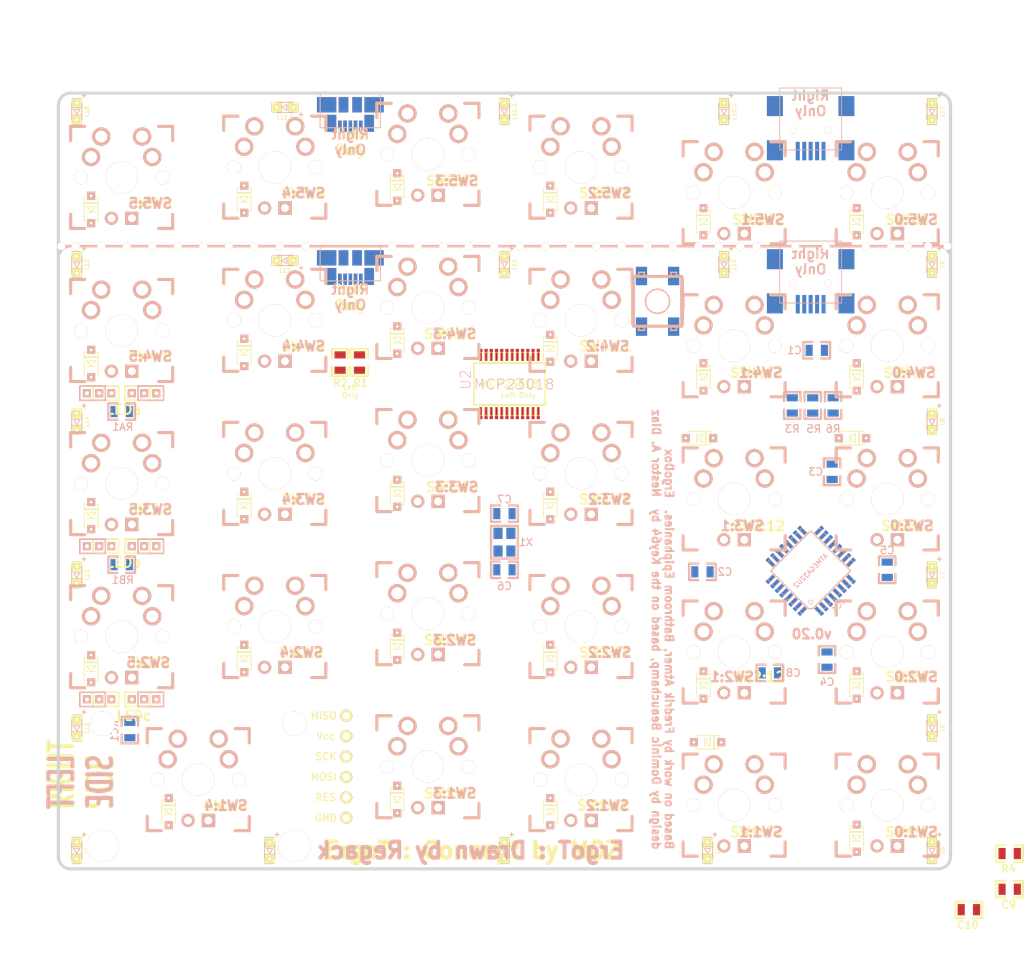
<source format=kicad_pcb>
(kicad_pcb (version 3) (host pcbnew "(2013-02-13 BZR 3947)-testing")
  (title_block (title ErgoT) (rev v0.20.1) (company "MOZ / Regack"))
  (layers (15 Front signal) (0 Back signal) (20 B.SilkS user) (21 F.SilkS user) (22 B.Mask user hide) (23 F.Mask user hide) (28 Edge.Cuts user))
  (net 0 "")
  (net 1 /COL0)
  (net 2 /COL1)
  (net 3 /COL10)
  (net 4 /COL11)
  (net 5 /COL4)
  (net 6 /COL5)
  (net 7 /DIG0)
  (net 8 /DIG1)
  (net 9 /DIG2)
  (net 10 /DIG3)
  (net 11 /DIG4)
  (net 12 /DIG5)
  (net 13 /DIG6)
  (net 14 /DIG7)
  (net 15 /LED_2:5A)
  (net 16 /LED_A)
  (net 17 /LED_B)
  (net 18 /LED_C)
  (net 19 /MISO)
  (net 20 /MOSI)
  (net 21 /ROW1)
  (net 22 /ROW2)
  (net 23 /ROW3)
  (net 24 /ROW4)
  (net 25 /ROW5)
  (net 26 /SCK)
  (net 27 /SCL)
  (net 28 /SDA)
  (net 29 /SEGB)
  (net 30 /SEGC)
  (net 31 /SEGD)
  (net 32 /SEGE)
  (net 33 /SEGF)
  (net 34 /SS)
  (net 35 /USBD+)
  (net 36 /USBD-)
  (net 37 /XTAL1)
  (net 38 /XTAL2)
  (net 39 /~RES~)
  (net 40 GND)
  (net 41 N-000001)
  (net 42 N-0000010)
  (net 43 N-00000100)
  (net 44 N-00000101)
  (net 45 N-00000104)
  (net 46 N-0000011)
  (net 47 N-0000012)
  (net 48 N-0000013)
  (net 49 N-0000014)
  (net 50 N-0000015)
  (net 51 N-0000016)
  (net 52 N-0000017)
  (net 53 N-0000018)
  (net 54 N-0000019)
  (net 55 N-000002)
  (net 56 N-0000020)
  (net 57 N-0000021)
  (net 58 N-0000022)
  (net 59 N-0000023)
  (net 60 N-0000024)
  (net 61 N-0000025)
  (net 62 N-0000026)
  (net 63 N-000003)
  (net 64 N-0000038)
  (net 65 N-0000039)
  (net 66 N-000004)
  (net 67 N-0000040)
  (net 68 N-0000041)
  (net 69 N-0000042)
  (net 70 N-0000043)
  (net 71 N-0000045)
  (net 72 N-000005)
  (net 73 N-000006)
  (net 74 N-0000062)
  (net 75 N-000007)
  (net 76 N-0000078)
  (net 77 N-0000079)
  (net 78 N-000008)
  (net 79 N-0000080)
  (net 80 N-0000089)
  (net 81 N-000009)
  (net 82 N-0000099)
  (net 83 VCC)
  (module STAB_PCB940 (layer Front) (at 100.99 140.03 180)
    (fp_text reference S2 hide)
    (fp_text value STAB200 hide)
    (pad "" thru_hole circle (at -11.938 6.985 180) (size 3.048 3.048) (drill 3.048) (layers *.Cu *.Mask F.SilkS))
    (pad "" thru_hole circle (at 11.938 6.985 180) (size 3.048 3.048) (drill 3.048) (layers *.Cu *.Mask F.SilkS))
    (pad "" thru_hole circle (at -11.938 -8.255 180) (size 3.9878 3.9878) (drill 3.9878) (layers *.Cu *.Mask F.SilkS))
    (pad "" thru_hole circle (at 11.938 -8.255 180) (size 3.9878 3.9878) (drill 3.9878) (layers *.Cu *.Mask F.SilkS))
  )
  (module Pad (layer Front) (at 119.38 142.24 90)
    (fp_text reference P7 hide)
    (fp_text value RES (at 0 -2.54 180) (layer F.SilkS) (effects (font (size 0.9 0.9))))
    (pad 1 thru_hole circle (at 0 0 90) (size 1.5 1.5) (drill 0.9) (layers *.Cu *.Mask F.SilkS) (net 39 /~RES~))
  )
  (module Pad (layer Front) (at 119.38 144.78 90)
    (fp_text reference P8 hide)
    (fp_text value GND (at 0 -2.54 180) (layer F.SilkS) (effects (font (size 0.9 0.9))))
    (pad 1 thru_hole circle (at 0 0 90) (size 1.5 1.5) (drill 0.9) (layers *.Cu *.Mask F.SilkS) (net 40 GND))
  )
  (module Pad (layer Front) (at 119.38 139.7 90)
    (fp_text reference P6 hide)
    (fp_text value MOSI (at 0 -2.794 180) (layer F.SilkS) (effects (font (size 0.9 0.9))))
    (pad 1 thru_hole circle (at 0 0 90) (size 1.5 1.5) (drill 0.9) (layers *.Cu *.Mask F.SilkS) (net 20 /MOSI))
  )
  (module Pad (layer Front) (at 119.38 134.62 90)
    (fp_text reference P4 hide)
    (fp_text value Vcc (at 0 -2.54 180) (layer F.SilkS) (effects (font (size 0.9 0.9))))
    (pad 1 thru_hole circle (at 0 0 90) (size 1.5 1.5) (drill 0.9) (layers *.Cu *.Mask F.SilkS) (net 83 VCC))
  )
  (module Pad (layer Front) (at 119.38 137.16 90)
    (fp_text reference P5 hide)
    (fp_text value SCK (at 0 -2.54 180) (layer F.SilkS) (effects (font (size 0.9 0.9))))
    (pad 1 thru_hole circle (at 0 0 90) (size 1.5 1.5) (drill 0.9) (layers *.Cu *.Mask F.SilkS) (net 26 /SCK))
  )
  (module Pad (layer Front) (at 119.38 132.08 90)
    (fp_text reference P1 hide)
    (fp_text value MISO (at 0 -2.794 180) (layer F.SilkS) (effects (font (size 0.9 0.9))))
    (pad 1 thru_hole circle (at 0 0 90) (size 1.5 1.5) (drill 0.9) (layers *.Cu *.Mask F.SilkS) (net 19 /MISO))
  )
  (module ASX3F (layer Back) (at 139.065 110.49 90)
    (fp_text reference X1 (at 0 2.667 180) (layer B.SilkS) (effects (font (size 0.9 0.9)) (justify mirror)))
    (fp_text value ASX3F hide)
    (pad 4 smd rect (at -1.09982 0.8001 90) (size 1.39954 1.15062) (layers Back B.Mask) (net 40 GND))
    (pad 3 smd rect (at 1.09982 0.8001 90) (size 1.39954 1.15062) (layers Back B.Mask) (net 37 /XTAL1))
    (pad 1 smd rect (at -1.09982 -0.8001 90) (size 1.39954 1.15062) (layers Back B.Mask) (net 38 /XTAL2))
    (pad 2 smd rect (at 1.09982 -0.8001 90) (size 1.39954 1.15062) (layers Back B.Mask) (net 40 GND))
  )
  (module ADTSJW65RV (layer Back) (at 158.115 80.518 270)
    (fp_text reference S0 hide)
    (fp_text value DTSM-6 hide)
    (pad 1 smd rect (at -3.1496 2.00152 270) (size 2.30124 1.39954) (layers Back B.Mask) (net 40 GND))
    (pad 4 smd rect (at 3.1496 -1.99898 270) (size 2.30124 1.39954) (layers Back B.Mask))
    (pad 2 smd rect (at 3.1496 1.99898 270) (size 2.30124 1.39954) (layers Back B.Mask))
    (pad 3 smd rect (at -3.1496 -1.99898 270) (size 2.30124 1.39954) (layers Back B.Mask) (net 39 /~RES~))
  )
  (module SM0805 (layer Back) (at 174.879 93.472 270)
    (fp_text reference R3 (at 2.921 0 360) (layer B.SilkS) (effects (font (size 0.935 0.935) (thickness 0.1588)) (justify mirror)))
    (fp_text value 10k hide)
    (pad 1 smd rect (at -0.9525 0 270) (size 0.889 1.397) (layers Back B.Mask) (net 83 VCC))
    (pad 2 smd rect (at 0.9525 0 270) (size 0.889 1.397) (layers Back B.Mask) (net 39 /~RES~))
  )
  (module SM0805 (layer Back) (at 172.085 126.746)
    (fp_text reference C8 (at 2.921 0) (layer B.SilkS) (effects (font (size 0.935 0.935) (thickness 0.1588)) (justify mirror)))
    (fp_text value 1u hide)
    (pad 1 smd rect (at -0.9525 0) (size 0.889 1.397) (layers Back B.Mask) (net 79 N-0000080))
    (pad 2 smd rect (at 0.9525 0) (size 0.889 1.397) (layers Back B.Mask) (net 40 GND))
  )
  (module SM0805 (layer Back) (at 179.959 93.472 90)
    (fp_text reference R6 (at -2.921 0 180) (layer B.SilkS) (effects (font (size 0.935 0.935) (thickness 0.1588)) (justify mirror)))
    (fp_text value 22 hide)
    (pad 1 smd rect (at -0.9525 0 90) (size 0.889 1.397) (layers Back B.Mask) (net 35 /USBD+))
    (pad 2 smd rect (at 0.9525 0 90) (size 0.889 1.397) (layers Back B.Mask) (net 75 N-000007))
  )
  (module SM0805 (layer Back) (at 177.419 93.472 90)
    (fp_text reference R5 (at -2.921 0.127 180) (layer B.SilkS) (effects (font (size 0.935 0.935) (thickness 0.1588)) (justify mirror)))
    (fp_text value 22 hide)
    (pad 1 smd rect (at -0.9525 0 90) (size 0.889 1.397) (layers Back B.Mask) (net 36 /USBD-))
    (pad 2 smd rect (at 0.9525 0 90) (size 0.889 1.397) (layers Back B.Mask) (net 78 N-000008))
  )
  (module SM0805 (layer Back) (at 186.69 113.919 270)
    (fp_text reference C5 (at -2.413 0 360) (layer B.SilkS) (effects (font (size 0.935 0.935) (thickness 0.1588)) (justify mirror)))
    (fp_text value 100n hide)
    (pad 1 smd rect (at -0.9525 0 270) (size 0.889 1.397) (layers Back B.Mask) (net 83 VCC))
    (pad 2 smd rect (at 0.9525 0 270) (size 0.889 1.397) (layers Back B.Mask) (net 40 GND))
  )
  (module SM0805 (layer Back) (at 179.197 125.095 90)
    (fp_text reference C4 (at -2.794 0 180) (layer B.SilkS) (effects (font (size 0.935 0.935) (thickness 0.1588)) (justify mirror)))
    (fp_text value 100n hide)
    (pad 1 smd rect (at -0.9525 0 90) (size 0.889 1.397) (layers Back B.Mask) (net 83 VCC))
    (pad 2 smd rect (at 0.9525 0 90) (size 0.889 1.397) (layers Back B.Mask) (net 40 GND))
  )
  (module SM0805 (layer Back) (at 179.832 101.727 90)
    (fp_text reference C3 (at 0 -2.032 180) (layer B.SilkS) (effects (font (size 0.935 0.935) (thickness 0.1588)) (justify mirror)))
    (fp_text value 100n hide)
    (pad 1 smd rect (at -0.9525 0 90) (size 0.889 1.397) (layers Back B.Mask) (net 83 VCC))
    (pad 2 smd rect (at 0.9525 0 90) (size 0.889 1.397) (layers Back B.Mask) (net 40 GND))
  )
  (module SM0805 (layer Back) (at 163.703 114.173 180)
    (fp_text reference C2 (at -2.794 0 180) (layer B.SilkS) (effects (font (size 0.935 0.935) (thickness 0.1588)) (justify mirror)))
    (fp_text value 100n hide)
    (pad 1 smd rect (at -0.9525 0 180) (size 0.889 1.397) (layers Back B.Mask) (net 83 VCC))
    (pad 2 smd rect (at 0.9525 0 180) (size 0.889 1.397) (layers Back B.Mask) (net 40 GND))
  )
  (module SM0805 (layer Back) (at 139.065 106.934 180)
    (fp_text reference C7 (at 0 1.778 180) (layer B.SilkS) (effects (font (size 0.935 0.935) (thickness 0.1588)) (justify mirror)))
    (fp_text value 22p hide)
    (pad 1 smd rect (at -0.9525 0 180) (size 0.889 1.397) (layers Back B.Mask) (net 37 /XTAL1))
    (pad 2 smd rect (at 0.9525 0 180) (size 0.889 1.397) (layers Back B.Mask) (net 40 GND))
  )
  (module SM0805 (layer Back) (at 139.065 113.919)
    (fp_text reference C6 (at 0 2.032) (layer B.SilkS) (effects (font (size 0.935 0.935) (thickness 0.1588)) (justify mirror)))
    (fp_text value 22p hide)
    (pad 1 smd rect (at -0.9525 0) (size 0.889 1.397) (layers Back B.Mask) (net 38 /XTAL2))
    (pad 2 smd rect (at 0.9525 0) (size 0.889 1.397) (layers Back B.Mask) (net 40 GND))
  )
  (module SM0805 (layer Back) (at 177.927 86.614)
    (fp_text reference C1 (at -2.794 0) (layer B.SilkS) (effects (font (size 0.935 0.935) (thickness 0.1588)) (justify mirror)))
    (fp_text value 1u hide)
    (pad 1 smd rect (at -0.9525 0) (size 0.889 1.397) (layers Back B.Mask) (net 83 VCC))
    (pad 2 smd rect (at 0.9525 0) (size 0.889 1.397) (layers Back B.Mask) (net 40 GND))
  )
  (module SM0805 (layer Front) (at 121.031 88.138 270)
    (fp_text reference R1 (at 2.54 -0.127 360) (layer F.SilkS) (effects (font (size 0.935 0.935) (thickness 0.1588))))
    (fp_text value 2.2kΩ hide)
    (pad 1 smd rect (at -0.9525 0 270) (size 0.889 1.397) (layers Front F.Mask) (net 83 VCC))
    (pad 2 smd rect (at 0.9525 0 270) (size 0.889 1.397) (layers Front F.Mask) (net 28 /SDA))
  )
  (module SM0805 (layer Front) (at 118.618 88.138 270)
    (fp_text reference R2 (at 2.54 0 360) (layer F.SilkS) (effects (font (size 0.935 0.935) (thickness 0.1588))))
    (fp_text value 2.2kΩ hide)
    (pad 1 smd rect (at -0.9525 0 270) (size 0.889 1.397) (layers Front F.Mask) (net 83 VCC))
    (pad 2 smd rect (at 0.9525 0 270) (size 0.889 1.397) (layers Front F.Mask) (net 27 /SCL))
  )
  (module MX_FLIP (layer Front) (at 186.69 143.203)
    (fp_text reference SW1:13 hide)
    (fp_text value SW1:0 hide)
    (pad 1 thru_hole circle (at 2.54 -5.08) (size 2.286 2.286) (drill 1.498599) (layers *.Cu *.SilkS *.Mask) (net 21 /ROW1))
    (pad 2 thru_hole circle (at -3.81 -2.54) (size 2.286 2.286) (drill 1.498599) (layers *.Cu *.SilkS *.Mask) (net 81 N-000009))
    (pad "" thru_hole circle (at 0 0) (size 3.9878 3.9878) (drill 3.9878) (layers *.Cu *.SilkS *.Mask))
    (pad "" thru_hole circle (at -5.08 0) (size 1.7018 1.7018) (drill 1.701799) (layers *.Cu *.SilkS *.Mask))
    (pad "" thru_hole circle (at 5.08 0) (size 1.7018 1.7018) (drill 1.701799) (layers *.Cu *.SilkS *.Mask))
    (pad 1 thru_hole circle (at 3.81 -2.54) (size 2.286 2.286) (drill 1.498599) (layers *.Cu *.SilkS *.Mask) (net 21 /ROW1))
    (pad 2 thru_hole circle (at -2.54 -5.08) (size 2.286 2.286) (drill 1.498599) (layers *.Cu *.SilkS *.Mask) (net 81 N-000009))
  )
  (module MX_FLIP (layer Front) (at 148.59 140.028)
    (fp_text reference SW1:11 hide)
    (fp_text value SW1:2 hide)
    (pad 1 thru_hole circle (at 2.54 -5.08) (size 2.286 2.286) (drill 1.498599) (layers *.Cu *.SilkS *.Mask) (net 21 /ROW1))
    (pad 2 thru_hole circle (at -3.81 -2.54) (size 2.286 2.286) (drill 1.498599) (layers *.Cu *.SilkS *.Mask) (net 63 N-000003))
    (pad "" thru_hole circle (at 0 0) (size 3.9878 3.9878) (drill 3.9878) (layers *.Cu *.SilkS *.Mask))
    (pad "" thru_hole circle (at -5.08 0) (size 1.7018 1.7018) (drill 1.701799) (layers *.Cu *.SilkS *.Mask))
    (pad "" thru_hole circle (at 5.08 0) (size 1.7018 1.7018) (drill 1.701799) (layers *.Cu *.SilkS *.Mask))
    (pad 1 thru_hole circle (at 3.81 -2.54) (size 2.286 2.286) (drill 1.498599) (layers *.Cu *.SilkS *.Mask) (net 21 /ROW1))
    (pad 2 thru_hole circle (at -2.54 -5.08) (size 2.286 2.286) (drill 1.498599) (layers *.Cu *.SilkS *.Mask) (net 63 N-000003))
  )
  (module MX_FLIP (layer Front) (at 167.64 143.203)
    (fp_text reference SW1:12 hide)
    (fp_text value SW1:1 hide)
    (pad 1 thru_hole circle (at 2.54 -5.08) (size 2.286 2.286) (drill 1.498599) (layers *.Cu *.SilkS *.Mask) (net 21 /ROW1))
    (pad 2 thru_hole circle (at -3.81 -2.54) (size 2.286 2.286) (drill 1.498599) (layers *.Cu *.SilkS *.Mask) (net 55 N-000002))
    (pad "" thru_hole circle (at 0 0) (size 3.9878 3.9878) (drill 3.9878) (layers *.Cu *.SilkS *.Mask))
    (pad "" thru_hole circle (at -5.08 0) (size 1.7018 1.7018) (drill 1.701799) (layers *.Cu *.SilkS *.Mask))
    (pad "" thru_hole circle (at 5.08 0) (size 1.7018 1.7018) (drill 1.701799) (layers *.Cu *.SilkS *.Mask))
    (pad 1 thru_hole circle (at 3.81 -2.54) (size 2.286 2.286) (drill 1.498599) (layers *.Cu *.SilkS *.Mask) (net 21 /ROW1))
    (pad 2 thru_hole circle (at -2.54 -5.08) (size 2.286 2.286) (drill 1.498599) (layers *.Cu *.SilkS *.Mask) (net 55 N-000002))
  )
  (module MX_FLIP (layer Front) (at 129.54 138.43)
    (fp_text reference SW1:10 hide)
    (fp_text value SW1:3 hide)
    (pad 1 thru_hole circle (at 2.54 -5.08) (size 2.286 2.286) (drill 1.498599) (layers *.Cu *.SilkS *.Mask) (net 21 /ROW1))
    (pad 2 thru_hole circle (at -3.81 -2.54) (size 2.286 2.286) (drill 1.498599) (layers *.Cu *.SilkS *.Mask) (net 66 N-000004))
    (pad "" thru_hole circle (at 0 0) (size 3.9878 3.9878) (drill 3.9878) (layers *.Cu *.SilkS *.Mask))
    (pad "" thru_hole circle (at -5.08 0) (size 1.7018 1.7018) (drill 1.701799) (layers *.Cu *.SilkS *.Mask))
    (pad "" thru_hole circle (at 5.08 0) (size 1.7018 1.7018) (drill 1.701799) (layers *.Cu *.SilkS *.Mask))
    (pad 1 thru_hole circle (at 3.81 -2.54) (size 2.286 2.286) (drill 1.498599) (layers *.Cu *.SilkS *.Mask) (net 21 /ROW1))
    (pad 2 thru_hole circle (at -2.54 -5.08) (size 2.286 2.286) (drill 1.498599) (layers *.Cu *.SilkS *.Mask) (net 66 N-000004))
  )
  (module MX_FLIP (layer Front) (at 100.965 140.03)
    (fp_text reference SW1:9 hide)
    (fp_text value SW1:4 hide)
    (pad 1 thru_hole circle (at 2.54 -5.08) (size 2.286 2.286) (drill 1.498599) (layers *.Cu *.SilkS *.Mask) (net 21 /ROW1))
    (pad 2 thru_hole circle (at -3.81 -2.54) (size 2.286 2.286) (drill 1.498599) (layers *.Cu *.SilkS *.Mask) (net 72 N-000005))
    (pad "" thru_hole circle (at 0 0) (size 3.9878 3.9878) (drill 3.9878) (layers *.Cu *.SilkS *.Mask))
    (pad "" thru_hole circle (at -5.08 0) (size 1.7018 1.7018) (drill 1.701799) (layers *.Cu *.SilkS *.Mask))
    (pad "" thru_hole circle (at 5.08 0) (size 1.7018 1.7018) (drill 1.701799) (layers *.Cu *.SilkS *.Mask))
    (pad 1 thru_hole circle (at 3.81 -2.54) (size 2.286 2.286) (drill 1.498599) (layers *.Cu *.SilkS *.Mask) (net 21 /ROW1))
    (pad 2 thru_hole circle (at -2.54 -5.08) (size 2.286 2.286) (drill 1.498599) (layers *.Cu *.SilkS *.Mask) (net 72 N-000005))
  )
  (module MX_FLIP (layer Front) (at 91.44 65.1002)
    (fp_text reference SW5:8 hide)
    (fp_text value SW5:5 hide)
    (pad 1 thru_hole circle (at 2.54 -5.08) (size 2.286 2.286) (drill 1.498599) (layers *.Cu *.SilkS *.Mask) (net 25 /ROW5))
    (pad 2 thru_hole circle (at -3.81 -2.54) (size 2.286 2.286) (drill 1.498599) (layers *.Cu *.SilkS *.Mask) (net 45 N-00000104))
    (pad "" thru_hole circle (at 0 0) (size 3.9878 3.9878) (drill 3.9878) (layers *.Cu *.SilkS *.Mask))
    (pad "" thru_hole circle (at -5.08 0) (size 1.7018 1.7018) (drill 1.701799) (layers *.Cu *.SilkS *.Mask))
    (pad "" thru_hole circle (at 5.08 0) (size 1.7018 1.7018) (drill 1.701799) (layers *.Cu *.SilkS *.Mask))
    (pad 1 thru_hole circle (at 3.81 -2.54) (size 2.286 2.286) (drill 1.498599) (layers *.Cu *.SilkS *.Mask) (net 25 /ROW5))
    (pad 2 thru_hole circle (at -2.54 -5.08) (size 2.286 2.286) (drill 1.498599) (layers *.Cu *.SilkS *.Mask) (net 45 N-00000104))
  )
  (module MX_FLIP (layer Front) (at 167.64 105.103)
    (fp_text reference SW3:12 hide)
    (fp_text value SW3:1 hide)
    (pad 1 thru_hole circle (at 2.54 -5.08) (size 2.286 2.286) (drill 1.498599) (layers *.Cu *.SilkS *.Mask) (net 23 /ROW3))
    (pad 2 thru_hole circle (at -3.81 -2.54) (size 2.286 2.286) (drill 1.498599) (layers *.Cu *.SilkS *.Mask) (net 42 N-0000010))
    (pad "" thru_hole circle (at 0 0) (size 3.9878 3.9878) (drill 3.9878) (layers *.Cu *.SilkS *.Mask))
    (pad "" thru_hole circle (at -5.08 0) (size 1.7018 1.7018) (drill 1.701799) (layers *.Cu *.SilkS *.Mask))
    (pad "" thru_hole circle (at 5.08 0) (size 1.7018 1.7018) (drill 1.701799) (layers *.Cu *.SilkS *.Mask))
    (pad 1 thru_hole circle (at 3.81 -2.54) (size 2.286 2.286) (drill 1.498599) (layers *.Cu *.SilkS *.Mask) (net 23 /ROW3))
    (pad 2 thru_hole circle (at -2.54 -5.08) (size 2.286 2.286) (drill 1.498599) (layers *.Cu *.SilkS *.Mask) (net 42 N-0000010))
  )
  (module MX_FLIP (layer Front) (at 186.69 105.103)
    (fp_text reference SW3:13 hide)
    (fp_text value SW3:0 hide)
    (pad 1 thru_hole circle (at 2.54 -5.08) (size 2.286 2.286) (drill 1.498599) (layers *.Cu *.SilkS *.Mask) (net 23 /ROW3))
    (pad 2 thru_hole circle (at -3.81 -2.54) (size 2.286 2.286) (drill 1.498599) (layers *.Cu *.SilkS *.Mask) (net 73 N-000006))
    (pad "" thru_hole circle (at 0 0) (size 3.9878 3.9878) (drill 3.9878) (layers *.Cu *.SilkS *.Mask))
    (pad "" thru_hole circle (at -5.08 0) (size 1.7018 1.7018) (drill 1.701799) (layers *.Cu *.SilkS *.Mask))
    (pad "" thru_hole circle (at 5.08 0) (size 1.7018 1.7018) (drill 1.701799) (layers *.Cu *.SilkS *.Mask))
    (pad 1 thru_hole circle (at 3.81 -2.54) (size 2.286 2.286) (drill 1.498599) (layers *.Cu *.SilkS *.Mask) (net 23 /ROW3))
    (pad 2 thru_hole circle (at -2.54 -5.08) (size 2.286 2.286) (drill 1.498599) (layers *.Cu *.SilkS *.Mask) (net 73 N-000006))
  )
  (module MX_FLIP (layer Front) (at 110.49 63.8277)
    (fp_text reference SW5:9 hide)
    (fp_text value SW5:4 hide)
    (pad 1 thru_hole circle (at 2.54 -5.08) (size 2.286 2.286) (drill 1.498599) (layers *.Cu *.SilkS *.Mask) (net 25 /ROW5))
    (pad 2 thru_hole circle (at -3.81 -2.54) (size 2.286 2.286) (drill 1.498599) (layers *.Cu *.SilkS *.Mask) (net 41 N-000001))
    (pad "" thru_hole circle (at 0 0) (size 3.9878 3.9878) (drill 3.9878) (layers *.Cu *.SilkS *.Mask))
    (pad "" thru_hole circle (at -5.08 0) (size 1.7018 1.7018) (drill 1.701799) (layers *.Cu *.SilkS *.Mask))
    (pad "" thru_hole circle (at 5.08 0) (size 1.7018 1.7018) (drill 1.701799) (layers *.Cu *.SilkS *.Mask))
    (pad 1 thru_hole circle (at 3.81 -2.54) (size 2.286 2.286) (drill 1.498599) (layers *.Cu *.SilkS *.Mask) (net 25 /ROW5))
    (pad 2 thru_hole circle (at -2.54 -5.08) (size 2.286 2.286) (drill 1.498599) (layers *.Cu *.SilkS *.Mask) (net 41 N-000001))
  )
  (module MX_FLIP (layer Front) (at 167.64 67.0052)
    (fp_text reference SW5:12 hide)
    (fp_text value SW5:1 hide)
    (pad 1 thru_hole circle (at 2.54 -5.08) (size 2.286 2.286) (drill 1.498599) (layers *.Cu *.SilkS *.Mask) (net 25 /ROW5))
    (pad 2 thru_hole circle (at -3.81 -2.54) (size 2.286 2.286) (drill 1.498599) (layers *.Cu *.SilkS *.Mask) (net 43 N-00000100))
    (pad "" thru_hole circle (at 0 0) (size 3.9878 3.9878) (drill 3.9878) (layers *.Cu *.SilkS *.Mask))
    (pad "" thru_hole circle (at -5.08 0) (size 1.7018 1.7018) (drill 1.701799) (layers *.Cu *.SilkS *.Mask))
    (pad "" thru_hole circle (at 5.08 0) (size 1.7018 1.7018) (drill 1.701799) (layers *.Cu *.SilkS *.Mask))
    (pad 1 thru_hole circle (at 3.81 -2.54) (size 2.286 2.286) (drill 1.498599) (layers *.Cu *.SilkS *.Mask) (net 25 /ROW5))
    (pad 2 thru_hole circle (at -2.54 -5.08) (size 2.286 2.286) (drill 1.498599) (layers *.Cu *.SilkS *.Mask) (net 43 N-00000100))
  )
  (module MX_FLIP (layer Front) (at 148.59 63.8277)
    (fp_text reference SW5:11 hide)
    (fp_text value SW5:2 hide)
    (pad 1 thru_hole circle (at 2.54 -5.08) (size 2.286 2.286) (drill 1.498599) (layers *.Cu *.SilkS *.Mask) (net 25 /ROW5))
    (pad 2 thru_hole circle (at -3.81 -2.54) (size 2.286 2.286) (drill 1.498599) (layers *.Cu *.SilkS *.Mask) (net 44 N-00000101))
    (pad "" thru_hole circle (at 0 0) (size 3.9878 3.9878) (drill 3.9878) (layers *.Cu *.SilkS *.Mask))
    (pad "" thru_hole circle (at -5.08 0) (size 1.7018 1.7018) (drill 1.701799) (layers *.Cu *.SilkS *.Mask))
    (pad "" thru_hole circle (at 5.08 0) (size 1.7018 1.7018) (drill 1.701799) (layers *.Cu *.SilkS *.Mask))
    (pad 1 thru_hole circle (at 3.81 -2.54) (size 2.286 2.286) (drill 1.498599) (layers *.Cu *.SilkS *.Mask) (net 25 /ROW5))
    (pad 2 thru_hole circle (at -2.54 -5.08) (size 2.286 2.286) (drill 1.498599) (layers *.Cu *.SilkS *.Mask) (net 44 N-00000101))
  )
  (module MX_FLIP (layer Front) (at 129.54 62.23)
    (fp_text reference SW5:10 hide)
    (fp_text value SW5:3 hide)
    (pad 1 thru_hole circle (at 2.54 -5.08) (size 2.286 2.286) (drill 1.498599) (layers *.Cu *.SilkS *.Mask) (net 25 /ROW5))
    (pad 2 thru_hole circle (at -3.81 -2.54) (size 2.286 2.286) (drill 1.498599) (layers *.Cu *.SilkS *.Mask) (net 80 N-0000089))
    (pad "" thru_hole circle (at 0 0) (size 3.9878 3.9878) (drill 3.9878) (layers *.Cu *.SilkS *.Mask))
    (pad "" thru_hole circle (at -5.08 0) (size 1.7018 1.7018) (drill 1.701799) (layers *.Cu *.SilkS *.Mask))
    (pad "" thru_hole circle (at 5.08 0) (size 1.7018 1.7018) (drill 1.701799) (layers *.Cu *.SilkS *.Mask))
    (pad 1 thru_hole circle (at 3.81 -2.54) (size 2.286 2.286) (drill 1.498599) (layers *.Cu *.SilkS *.Mask) (net 25 /ROW5))
    (pad 2 thru_hole circle (at -2.54 -5.08) (size 2.286 2.286) (drill 1.498599) (layers *.Cu *.SilkS *.Mask) (net 80 N-0000089))
  )
  (module MX_FLIP (layer Front) (at 186.69 67.0052)
    (fp_text reference SW5:13 hide)
    (fp_text value SW5:0 hide)
    (pad 1 thru_hole circle (at 2.54 -5.08) (size 2.286 2.286) (drill 1.498599) (layers *.Cu *.SilkS *.Mask) (net 25 /ROW5))
    (pad 2 thru_hole circle (at -3.81 -2.54) (size 2.286 2.286) (drill 1.498599) (layers *.Cu *.SilkS *.Mask) (net 82 N-0000099))
    (pad "" thru_hole circle (at 0 0) (size 3.9878 3.9878) (drill 3.9878) (layers *.Cu *.SilkS *.Mask))
    (pad "" thru_hole circle (at -5.08 0) (size 1.7018 1.7018) (drill 1.701799) (layers *.Cu *.SilkS *.Mask))
    (pad "" thru_hole circle (at 5.08 0) (size 1.7018 1.7018) (drill 1.701799) (layers *.Cu *.SilkS *.Mask))
    (pad 1 thru_hole circle (at 3.81 -2.54) (size 2.286 2.286) (drill 1.498599) (layers *.Cu *.SilkS *.Mask) (net 25 /ROW5))
    (pad 2 thru_hole circle (at -2.54 -5.08) (size 2.286 2.286) (drill 1.498599) (layers *.Cu *.SilkS *.Mask) (net 82 N-0000099))
  )
  (module MX_FLIP (layer Front) (at 148.59 101.928)
    (fp_text reference SW3:11 hide)
    (fp_text value SW3:2 hide)
    (pad 1 thru_hole circle (at 2.54 -5.08) (size 2.286 2.286) (drill 1.498599) (layers *.Cu *.SilkS *.Mask) (net 23 /ROW3))
    (pad 2 thru_hole circle (at -3.81 -2.54) (size 2.286 2.286) (drill 1.498599) (layers *.Cu *.SilkS *.Mask) (net 52 N-0000017))
    (pad "" thru_hole circle (at 0 0) (size 3.9878 3.9878) (drill 3.9878) (layers *.Cu *.SilkS *.Mask))
    (pad "" thru_hole circle (at -5.08 0) (size 1.7018 1.7018) (drill 1.701799) (layers *.Cu *.SilkS *.Mask))
    (pad "" thru_hole circle (at 5.08 0) (size 1.7018 1.7018) (drill 1.701799) (layers *.Cu *.SilkS *.Mask))
    (pad 1 thru_hole circle (at 3.81 -2.54) (size 2.286 2.286) (drill 1.498599) (layers *.Cu *.SilkS *.Mask) (net 23 /ROW3))
    (pad 2 thru_hole circle (at -2.54 -5.08) (size 2.286 2.286) (drill 1.498599) (layers *.Cu *.SilkS *.Mask) (net 52 N-0000017))
  )
  (module MX_FLIP (layer Front) (at 129.54 100.33)
    (fp_text reference SW3:10 hide)
    (fp_text value SW3:3 hide)
    (pad 1 thru_hole circle (at 2.54 -5.08) (size 2.286 2.286) (drill 1.498599) (layers *.Cu *.SilkS *.Mask) (net 23 /ROW3))
    (pad 2 thru_hole circle (at -3.81 -2.54) (size 2.286 2.286) (drill 1.498599) (layers *.Cu *.SilkS *.Mask) (net 53 N-0000018))
    (pad "" thru_hole circle (at 0 0) (size 3.9878 3.9878) (drill 3.9878) (layers *.Cu *.SilkS *.Mask))
    (pad "" thru_hole circle (at -5.08 0) (size 1.7018 1.7018) (drill 1.701799) (layers *.Cu *.SilkS *.Mask))
    (pad "" thru_hole circle (at 5.08 0) (size 1.7018 1.7018) (drill 1.701799) (layers *.Cu *.SilkS *.Mask))
    (pad 1 thru_hole circle (at 3.81 -2.54) (size 2.286 2.286) (drill 1.498599) (layers *.Cu *.SilkS *.Mask) (net 23 /ROW3))
    (pad 2 thru_hole circle (at -2.54 -5.08) (size 2.286 2.286) (drill 1.498599) (layers *.Cu *.SilkS *.Mask) (net 53 N-0000018))
  )
  (module MX_FLIP (layer Front) (at 110.49 101.928)
    (fp_text reference SW3:9 hide)
    (fp_text value SW3:4 hide)
    (pad 1 thru_hole circle (at 2.54 -5.08) (size 2.286 2.286) (drill 1.498599) (layers *.Cu *.SilkS *.Mask) (net 23 /ROW3))
    (pad 2 thru_hole circle (at -3.81 -2.54) (size 2.286 2.286) (drill 1.498599) (layers *.Cu *.SilkS *.Mask) (net 54 N-0000019))
    (pad "" thru_hole circle (at 0 0) (size 3.9878 3.9878) (drill 3.9878) (layers *.Cu *.SilkS *.Mask))
    (pad "" thru_hole circle (at -5.08 0) (size 1.7018 1.7018) (drill 1.701799) (layers *.Cu *.SilkS *.Mask))
    (pad "" thru_hole circle (at 5.08 0) (size 1.7018 1.7018) (drill 1.701799) (layers *.Cu *.SilkS *.Mask))
    (pad 1 thru_hole circle (at 3.81 -2.54) (size 2.286 2.286) (drill 1.498599) (layers *.Cu *.SilkS *.Mask) (net 23 /ROW3))
    (pad 2 thru_hole circle (at -2.54 -5.08) (size 2.286 2.286) (drill 1.498599) (layers *.Cu *.SilkS *.Mask) (net 54 N-0000019))
  )
  (module MX_FLIP (layer Front) (at 91.44 103.198)
    (fp_text reference SW3:8 hide)
    (fp_text value SW3:5 hide)
    (pad 1 thru_hole circle (at 2.54 -5.08) (size 2.286 2.286) (drill 1.498599) (layers *.Cu *.SilkS *.Mask) (net 23 /ROW3))
    (pad 2 thru_hole circle (at -3.81 -2.54) (size 2.286 2.286) (drill 1.498599) (layers *.Cu *.SilkS *.Mask) (net 56 N-0000020))
    (pad "" thru_hole circle (at 0 0) (size 3.9878 3.9878) (drill 3.9878) (layers *.Cu *.SilkS *.Mask))
    (pad "" thru_hole circle (at -5.08 0) (size 1.7018 1.7018) (drill 1.701799) (layers *.Cu *.SilkS *.Mask))
    (pad "" thru_hole circle (at 5.08 0) (size 1.7018 1.7018) (drill 1.701799) (layers *.Cu *.SilkS *.Mask))
    (pad 1 thru_hole circle (at 3.81 -2.54) (size 2.286 2.286) (drill 1.498599) (layers *.Cu *.SilkS *.Mask) (net 23 /ROW3))
    (pad 2 thru_hole circle (at -2.54 -5.08) (size 2.286 2.286) (drill 1.498599) (layers *.Cu *.SilkS *.Mask) (net 56 N-0000020))
  )
  (module MX_FLIP (layer Front) (at 167.64 124.153)
    (fp_text reference SW2:12 hide)
    (fp_text value SW2:1 hide)
    (pad 1 thru_hole circle (at 2.54 -5.08) (size 2.286 2.286) (drill 1.498599) (layers *.Cu *.SilkS *.Mask) (net 22 /ROW2))
    (pad 2 thru_hole circle (at -3.81 -2.54) (size 2.286 2.286) (drill 1.498599) (layers *.Cu *.SilkS *.Mask) (net 57 N-0000021))
    (pad "" thru_hole circle (at 0 0) (size 3.9878 3.9878) (drill 3.9878) (layers *.Cu *.SilkS *.Mask))
    (pad "" thru_hole circle (at -5.08 0) (size 1.7018 1.7018) (drill 1.701799) (layers *.Cu *.SilkS *.Mask))
    (pad "" thru_hole circle (at 5.08 0) (size 1.7018 1.7018) (drill 1.701799) (layers *.Cu *.SilkS *.Mask))
    (pad 1 thru_hole circle (at 3.81 -2.54) (size 2.286 2.286) (drill 1.498599) (layers *.Cu *.SilkS *.Mask) (net 22 /ROW2))
    (pad 2 thru_hole circle (at -2.54 -5.08) (size 2.286 2.286) (drill 1.498599) (layers *.Cu *.SilkS *.Mask) (net 57 N-0000021))
  )
  (module MX_FLIP (layer Front) (at 148.59 120.978)
    (fp_text reference SW2:11 hide)
    (fp_text value SW2:2 hide)
    (pad 1 thru_hole circle (at 2.54 -5.08) (size 2.286 2.286) (drill 1.498599) (layers *.Cu *.SilkS *.Mask) (net 22 /ROW2))
    (pad 2 thru_hole circle (at -3.81 -2.54) (size 2.286 2.286) (drill 1.498599) (layers *.Cu *.SilkS *.Mask) (net 59 N-0000023))
    (pad "" thru_hole circle (at 0 0) (size 3.9878 3.9878) (drill 3.9878) (layers *.Cu *.SilkS *.Mask))
    (pad "" thru_hole circle (at -5.08 0) (size 1.7018 1.7018) (drill 1.701799) (layers *.Cu *.SilkS *.Mask))
    (pad "" thru_hole circle (at 5.08 0) (size 1.7018 1.7018) (drill 1.701799) (layers *.Cu *.SilkS *.Mask))
    (pad 1 thru_hole circle (at 3.81 -2.54) (size 2.286 2.286) (drill 1.498599) (layers *.Cu *.SilkS *.Mask) (net 22 /ROW2))
    (pad 2 thru_hole circle (at -2.54 -5.08) (size 2.286 2.286) (drill 1.498599) (layers *.Cu *.SilkS *.Mask) (net 59 N-0000023))
  )
  (module MX_FLIP (layer Front) (at 129.54 119.38)
    (fp_text reference SW2:10 hide)
    (fp_text value SW2:3 hide)
    (pad 1 thru_hole circle (at 2.54 -5.08) (size 2.286 2.286) (drill 1.498599) (layers *.Cu *.SilkS *.Mask) (net 22 /ROW2))
    (pad 2 thru_hole circle (at -3.81 -2.54) (size 2.286 2.286) (drill 1.498599) (layers *.Cu *.SilkS *.Mask) (net 60 N-0000024))
    (pad "" thru_hole circle (at 0 0) (size 3.9878 3.9878) (drill 3.9878) (layers *.Cu *.SilkS *.Mask))
    (pad "" thru_hole circle (at -5.08 0) (size 1.7018 1.7018) (drill 1.701799) (layers *.Cu *.SilkS *.Mask))
    (pad "" thru_hole circle (at 5.08 0) (size 1.7018 1.7018) (drill 1.701799) (layers *.Cu *.SilkS *.Mask))
    (pad 1 thru_hole circle (at 3.81 -2.54) (size 2.286 2.286) (drill 1.498599) (layers *.Cu *.SilkS *.Mask) (net 22 /ROW2))
    (pad 2 thru_hole circle (at -2.54 -5.08) (size 2.286 2.286) (drill 1.498599) (layers *.Cu *.SilkS *.Mask) (net 60 N-0000024))
  )
  (module MX_FLIP (layer Front) (at 110.49 120.978)
    (fp_text reference SW2:9 hide)
    (fp_text value SW2:4 hide)
    (pad 1 thru_hole circle (at 2.54 -5.08) (size 2.286 2.286) (drill 1.498599) (layers *.Cu *.SilkS *.Mask) (net 22 /ROW2))
    (pad 2 thru_hole circle (at -3.81 -2.54) (size 2.286 2.286) (drill 1.498599) (layers *.Cu *.SilkS *.Mask) (net 61 N-0000025))
    (pad "" thru_hole circle (at 0 0) (size 3.9878 3.9878) (drill 3.9878) (layers *.Cu *.SilkS *.Mask))
    (pad "" thru_hole circle (at -5.08 0) (size 1.7018 1.7018) (drill 1.701799) (layers *.Cu *.SilkS *.Mask))
    (pad "" thru_hole circle (at 5.08 0) (size 1.7018 1.7018) (drill 1.701799) (layers *.Cu *.SilkS *.Mask))
    (pad 1 thru_hole circle (at 3.81 -2.54) (size 2.286 2.286) (drill 1.498599) (layers *.Cu *.SilkS *.Mask) (net 22 /ROW2))
    (pad 2 thru_hole circle (at -2.54 -5.08) (size 2.286 2.286) (drill 1.498599) (layers *.Cu *.SilkS *.Mask) (net 61 N-0000025))
  )
  (module MX_FLIP (layer Front) (at 91.44 122.248)
    (fp_text reference SW2:8 hide)
    (fp_text value SW2:5 hide)
    (pad 1 thru_hole circle (at 2.54 -5.08) (size 2.286 2.286) (drill 1.498599) (layers *.Cu *.SilkS *.Mask) (net 22 /ROW2))
    (pad 2 thru_hole circle (at -3.81 -2.54) (size 2.286 2.286) (drill 1.498599) (layers *.Cu *.SilkS *.Mask) (net 62 N-0000026))
    (pad "" thru_hole circle (at 0 0) (size 3.9878 3.9878) (drill 3.9878) (layers *.Cu *.SilkS *.Mask))
    (pad "" thru_hole circle (at -5.08 0) (size 1.7018 1.7018) (drill 1.701799) (layers *.Cu *.SilkS *.Mask))
    (pad "" thru_hole circle (at 5.08 0) (size 1.7018 1.7018) (drill 1.701799) (layers *.Cu *.SilkS *.Mask))
    (pad 1 thru_hole circle (at 3.81 -2.54) (size 2.286 2.286) (drill 1.498599) (layers *.Cu *.SilkS *.Mask) (net 22 /ROW2))
    (pad 2 thru_hole circle (at -2.54 -5.08) (size 2.286 2.286) (drill 1.498599) (layers *.Cu *.SilkS *.Mask) (net 62 N-0000026))
  )
  (module MX_FLIP (layer Front) (at 186.69 124.153)
    (fp_text reference SW2:13 hide)
    (fp_text value SW2:0 hide)
    (pad 1 thru_hole circle (at 2.54 -5.08) (size 2.286 2.286) (drill 1.498599) (layers *.Cu *.SilkS *.Mask) (net 22 /ROW2))
    (pad 2 thru_hole circle (at -3.81 -2.54) (size 2.286 2.286) (drill 1.498599) (layers *.Cu *.SilkS *.Mask) (net 58 N-0000022))
    (pad "" thru_hole circle (at 0 0) (size 3.9878 3.9878) (drill 3.9878) (layers *.Cu *.SilkS *.Mask))
    (pad "" thru_hole circle (at -5.08 0) (size 1.7018 1.7018) (drill 1.701799) (layers *.Cu *.SilkS *.Mask))
    (pad "" thru_hole circle (at 5.08 0) (size 1.7018 1.7018) (drill 1.701799) (layers *.Cu *.SilkS *.Mask))
    (pad 1 thru_hole circle (at 3.81 -2.54) (size 2.286 2.286) (drill 1.498599) (layers *.Cu *.SilkS *.Mask) (net 22 /ROW2))
    (pad 2 thru_hole circle (at -2.54 -5.08) (size 2.286 2.286) (drill 1.498599) (layers *.Cu *.SilkS *.Mask) (net 58 N-0000022))
  )
  (module MX_FLIP (layer Front) (at 91.44 84.1477)
    (fp_text reference SW4:8 hide)
    (fp_text value SW4:5 hide)
    (pad 1 thru_hole circle (at 2.54 -5.08) (size 2.286 2.286) (drill 1.498599) (layers *.Cu *.SilkS *.Mask) (net 24 /ROW4))
    (pad 2 thru_hole circle (at -3.81 -2.54) (size 2.286 2.286) (drill 1.498599) (layers *.Cu *.SilkS *.Mask) (net 50 N-0000015))
    (pad "" thru_hole circle (at 0 0) (size 3.9878 3.9878) (drill 3.9878) (layers *.Cu *.SilkS *.Mask))
    (pad "" thru_hole circle (at -5.08 0) (size 1.7018 1.7018) (drill 1.701799) (layers *.Cu *.SilkS *.Mask))
    (pad "" thru_hole circle (at 5.08 0) (size 1.7018 1.7018) (drill 1.701799) (layers *.Cu *.SilkS *.Mask))
    (pad 1 thru_hole circle (at 3.81 -2.54) (size 2.286 2.286) (drill 1.498599) (layers *.Cu *.SilkS *.Mask) (net 24 /ROW4))
    (pad 2 thru_hole circle (at -2.54 -5.08) (size 2.286 2.286) (drill 1.498599) (layers *.Cu *.SilkS *.Mask) (net 50 N-0000015))
  )
  (module MX_FLIP (layer Front) (at 167.64 86.0527)
    (fp_text reference SW4:12 hide)
    (fp_text value SW4:1 hide)
    (pad 1 thru_hole circle (at 2.54 -5.08) (size 2.286 2.286) (drill 1.498599) (layers *.Cu *.SilkS *.Mask) (net 24 /ROW4))
    (pad 2 thru_hole circle (at -3.81 -2.54) (size 2.286 2.286) (drill 1.498599) (layers *.Cu *.SilkS *.Mask) (net 46 N-0000011))
    (pad "" thru_hole circle (at 0 0) (size 3.9878 3.9878) (drill 3.9878) (layers *.Cu *.SilkS *.Mask))
    (pad "" thru_hole circle (at -5.08 0) (size 1.7018 1.7018) (drill 1.701799) (layers *.Cu *.SilkS *.Mask))
    (pad "" thru_hole circle (at 5.08 0) (size 1.7018 1.7018) (drill 1.701799) (layers *.Cu *.SilkS *.Mask))
    (pad 1 thru_hole circle (at 3.81 -2.54) (size 2.286 2.286) (drill 1.498599) (layers *.Cu *.SilkS *.Mask) (net 24 /ROW4))
    (pad 2 thru_hole circle (at -2.54 -5.08) (size 2.286 2.286) (drill 1.498599) (layers *.Cu *.SilkS *.Mask) (net 46 N-0000011))
  )
  (module MX_FLIP (layer Front) (at 129.54 81.28)
    (fp_text reference SW4:10 hide)
    (fp_text value SW4:3 hide)
    (pad 1 thru_hole circle (at 2.54 -5.08) (size 2.286 2.286) (drill 1.498599) (layers *.Cu *.SilkS *.Mask) (net 24 /ROW4))
    (pad 2 thru_hole circle (at -3.81 -2.54) (size 2.286 2.286) (drill 1.498599) (layers *.Cu *.SilkS *.Mask) (net 48 N-0000013))
    (pad "" thru_hole circle (at 0 0) (size 3.9878 3.9878) (drill 3.9878) (layers *.Cu *.SilkS *.Mask))
    (pad "" thru_hole circle (at -5.08 0) (size 1.7018 1.7018) (drill 1.701799) (layers *.Cu *.SilkS *.Mask))
    (pad "" thru_hole circle (at 5.08 0) (size 1.7018 1.7018) (drill 1.701799) (layers *.Cu *.SilkS *.Mask))
    (pad 1 thru_hole circle (at 3.81 -2.54) (size 2.286 2.286) (drill 1.498599) (layers *.Cu *.SilkS *.Mask) (net 24 /ROW4))
    (pad 2 thru_hole circle (at -2.54 -5.08) (size 2.286 2.286) (drill 1.498599) (layers *.Cu *.SilkS *.Mask) (net 48 N-0000013))
  )
  (module MX_FLIP (layer Front) (at 110.49 82.8777)
    (fp_text reference SW4:9 hide)
    (fp_text value SW4:4 hide)
    (pad 1 thru_hole circle (at 2.54 -5.08) (size 2.286 2.286) (drill 1.498599) (layers *.Cu *.SilkS *.Mask) (net 24 /ROW4))
    (pad 2 thru_hole circle (at -3.81 -2.54) (size 2.286 2.286) (drill 1.498599) (layers *.Cu *.SilkS *.Mask) (net 49 N-0000014))
    (pad "" thru_hole circle (at 0 0) (size 3.9878 3.9878) (drill 3.9878) (layers *.Cu *.SilkS *.Mask))
    (pad "" thru_hole circle (at -5.08 0) (size 1.7018 1.7018) (drill 1.701799) (layers *.Cu *.SilkS *.Mask))
    (pad "" thru_hole circle (at 5.08 0) (size 1.7018 1.7018) (drill 1.701799) (layers *.Cu *.SilkS *.Mask))
    (pad 1 thru_hole circle (at 3.81 -2.54) (size 2.286 2.286) (drill 1.498599) (layers *.Cu *.SilkS *.Mask) (net 24 /ROW4))
    (pad 2 thru_hole circle (at -2.54 -5.08) (size 2.286 2.286) (drill 1.498599) (layers *.Cu *.SilkS *.Mask) (net 49 N-0000014))
  )
  (module MX_FLIP (layer Front) (at 148.59 82.8777)
    (fp_text reference SW4:11 hide)
    (fp_text value SW4:2 hide)
    (pad 1 thru_hole circle (at 2.54 -5.08) (size 2.286 2.286) (drill 1.498599) (layers *.Cu *.SilkS *.Mask) (net 24 /ROW4))
    (pad 2 thru_hole circle (at -3.81 -2.54) (size 2.286 2.286) (drill 1.498599) (layers *.Cu *.SilkS *.Mask) (net 47 N-0000012))
    (pad "" thru_hole circle (at 0 0) (size 3.9878 3.9878) (drill 3.9878) (layers *.Cu *.SilkS *.Mask))
    (pad "" thru_hole circle (at -5.08 0) (size 1.7018 1.7018) (drill 1.701799) (layers *.Cu *.SilkS *.Mask))
    (pad "" thru_hole circle (at 5.08 0) (size 1.7018 1.7018) (drill 1.701799) (layers *.Cu *.SilkS *.Mask))
    (pad 1 thru_hole circle (at 3.81 -2.54) (size 2.286 2.286) (drill 1.498599) (layers *.Cu *.SilkS *.Mask) (net 24 /ROW4))
    (pad 2 thru_hole circle (at -2.54 -5.08) (size 2.286 2.286) (drill 1.498599) (layers *.Cu *.SilkS *.Mask) (net 47 N-0000012))
  )
  (module MX_FLIP (layer Front) (at 186.69 86.0527)
    (fp_text reference SW4:13 hide)
    (fp_text value SW4:0 hide)
    (pad 1 thru_hole circle (at 2.54 -5.08) (size 2.286 2.286) (drill 1.498599) (layers *.Cu *.SilkS *.Mask) (net 24 /ROW4))
    (pad 2 thru_hole circle (at -3.81 -2.54) (size 2.286 2.286) (drill 1.498599) (layers *.Cu *.SilkS *.Mask) (net 51 N-0000016))
    (pad "" thru_hole circle (at 0 0) (size 3.9878 3.9878) (drill 3.9878) (layers *.Cu *.SilkS *.Mask))
    (pad "" thru_hole circle (at -5.08 0) (size 1.7018 1.7018) (drill 1.701799) (layers *.Cu *.SilkS *.Mask))
    (pad "" thru_hole circle (at 5.08 0) (size 1.7018 1.7018) (drill 1.701799) (layers *.Cu *.SilkS *.Mask))
    (pad 1 thru_hole circle (at 3.81 -2.54) (size 2.286 2.286) (drill 1.498599) (layers *.Cu *.SilkS *.Mask) (net 24 /ROW4))
    (pad 2 thru_hole circle (at -2.54 -5.08) (size 2.286 2.286) (drill 1.498599) (layers *.Cu *.SilkS *.Mask) (net 51 N-0000016))
  )
  (module Pad_Drl (layer Front) (at 191.77 73.66)
    (fp_text reference M2 hide)
    (fp_text value DRILL hide)
    (pad "" thru_hole circle (at 0 0) (size 1 1) (drill 1) (layers *.Cu *.SilkS *.Mask))
  )
  (module Pad_Drl (layer Front) (at 114.3 73.66)
    (fp_text reference M24 hide)
    (fp_text value DRILL hide)
    (pad "" thru_hole circle (at 0 0) (size 1 1) (drill 1) (layers *.Cu *.SilkS *.Mask))
  )
  (module Pad_Drl (layer Front) (at 128.27 73.66)
    (fp_text reference M22 hide)
    (fp_text value DRILL hide)
    (pad "" thru_hole circle (at 0 0) (size 1 1) (drill 1) (layers *.Cu *.SilkS *.Mask))
  )
  (module Pad_Drl (layer Front) (at 134.62 73.66)
    (fp_text reference M20 hide)
    (fp_text value DRILL hide)
    (pad "" thru_hole circle (at 0 0) (size 1 1) (drill 1) (layers *.Cu *.SilkS *.Mask))
  )
  (module Pad_Drl (layer Front) (at 140.97 73.66)
    (fp_text reference M18 hide)
    (fp_text value DRILL hide)
    (pad "" thru_hole circle (at 0 0) (size 1 1) (drill 1) (layers *.Cu *.SilkS *.Mask))
  )
  (module Pad_Drl (layer Front) (at 147.32 73.66)
    (fp_text reference M16 hide)
    (fp_text value DRILL hide)
    (pad "" thru_hole circle (at 0 0) (size 1 1) (drill 1) (layers *.Cu *.SilkS *.Mask))
  )
  (module Pad_Drl (layer Front) (at 153.67 73.66)
    (fp_text reference M14 hide)
    (fp_text value DRILL hide)
    (pad "" thru_hole circle (at 0 0) (size 1 1) (drill 1) (layers *.Cu *.SilkS *.Mask))
  )
  (module Pad_Drl (layer Front) (at 160.02 73.66)
    (fp_text reference M12 hide)
    (fp_text value DRILL hide)
    (pad "" thru_hole circle (at 0 0) (size 1 1) (drill 1) (layers *.Cu *.SilkS *.Mask))
  )
  (module Pad_Drl (layer Front) (at 165.735 73.66)
    (fp_text reference M10 hide)
    (fp_text value DRILL hide)
    (pad "" thru_hole circle (at 0 0) (size 1 1) (drill 1) (layers *.Cu *.SilkS *.Mask))
  )
  (module Pad_Drl (layer Front) (at 170.434 73.66)
    (fp_text reference M8 hide)
    (fp_text value DRILL hide)
    (pad "" thru_hole circle (at 0 0) (size 1 1) (drill 1) (layers *.Cu *.SilkS *.Mask))
  )
  (module Pad_Drl (layer Front) (at 179.07 73.66)
    (fp_text reference M6 hide)
    (fp_text value DRILL hide)
    (pad "" thru_hole circle (at 0 0) (size 1 1) (drill 1) (layers *.Cu *.SilkS *.Mask))
  )
  (module Pad_Drl (layer Front) (at 187.198 73.66)
    (fp_text reference M4 hide)
    (fp_text value DRILL hide)
    (pad "" thru_hole circle (at 0 0) (size 1 1) (drill 1) (layers *.Cu *.SilkS *.Mask))
  )
  (module Pad_Drl (layer Front) (at 194.183 73.66)
    (fp_text reference M1 hide)
    (fp_text value DRILL hide)
    (pad "" thru_hole circle (at 0 0) (size 1 1) (drill 1) (layers *.Cu *.SilkS *.Mask))
  )
  (module Pad_Drl (layer Front) (at 125.095 73.66)
    (fp_text reference M23 hide)
    (fp_text value DRILL hide)
    (pad "" thru_hole circle (at 0 0) (size 1 1) (drill 1) (layers *.Cu *.SilkS *.Mask))
  )
  (module Pad_Drl (layer Front) (at 131.445 73.66)
    (fp_text reference M21 hide)
    (fp_text value DRILL hide)
    (pad "" thru_hole circle (at 0 0) (size 1 1) (drill 1) (layers *.Cu *.SilkS *.Mask))
  )
  (module Pad_Drl (layer Front) (at 137.795 73.66)
    (fp_text reference M19 hide)
    (fp_text value DRILL hide)
    (pad "" thru_hole circle (at 0 0) (size 1 1) (drill 1) (layers *.Cu *.SilkS *.Mask))
  )
  (module Pad_Drl (layer Front) (at 144.145 73.66)
    (fp_text reference M17 hide)
    (fp_text value DRILL hide)
    (pad "" thru_hole circle (at 0 0) (size 1 1) (drill 1) (layers *.Cu *.SilkS *.Mask))
  )
  (module Pad_Drl (layer Front) (at 150.495 73.66)
    (fp_text reference M15 hide)
    (fp_text value DRILL hide)
    (pad "" thru_hole circle (at 0 0) (size 1 1) (drill 1) (layers *.Cu *.SilkS *.Mask))
  )
  (module Pad_Drl (layer Front) (at 156.845 73.66)
    (fp_text reference M13 hide)
    (fp_text value DRILL hide)
    (pad "" thru_hole circle (at 0 0) (size 1 1) (drill 1) (layers *.Cu *.SilkS *.Mask))
  )
  (module Pad_Drl (layer Front) (at 163.195 73.66)
    (fp_text reference M11 hide)
    (fp_text value DRILL hide)
    (pad "" thru_hole circle (at 0 0) (size 1 1) (drill 1) (layers *.Cu *.SilkS *.Mask))
  )
  (module Pad_Drl (layer Front) (at 168.402 73.66)
    (fp_text reference M9 hide)
    (fp_text value DRILL hide)
    (pad "" thru_hole circle (at 0 0) (size 1 1) (drill 1) (layers *.Cu *.SilkS *.Mask))
  )
  (module Pad_Drl (layer Front) (at 175.26 73.66)
    (fp_text reference M7 hide)
    (fp_text value DRILL hide)
    (pad "" thru_hole circle (at 0 0) (size 1 1) (drill 1) (layers *.Cu *.SilkS *.Mask))
  )
  (module Pad_Drl (layer Front) (at 184.023 73.66)
    (fp_text reference M5 hide)
    (fp_text value DRILL hide)
    (pad "" thru_hole circle (at 0 0) (size 1 1) (drill 1) (layers *.Cu *.SilkS *.Mask))
  )
  (module Pad_Drl (layer Front) (at 189.23 73.66)
    (fp_text reference M3 hide)
    (fp_text value DRILL hide)
    (pad "" thru_hole circle (at 0 0) (size 1 1) (drill 1) (layers *.Cu *.SilkS *.Mask))
  )
  (module Pad_Drl (layer Front) (at 111.125 73.66)
    (fp_text reference M25 hide)
    (fp_text value DRILL hide)
    (pad "" thru_hole circle (at 0 0) (size 1 1) (drill 1) (layers *.Cu *.SilkS *.Mask))
  )
  (module Pad_Drl (layer Front) (at 107.95 73.66)
    (fp_text reference M26 hide)
    (fp_text value DRILL hide)
    (pad "" thru_hole circle (at 0 0) (size 1 1) (drill 1) (layers *.Cu *.SilkS *.Mask))
  )
  (module Pad_Drl (layer Front) (at 104.775 73.66)
    (fp_text reference M27 hide)
    (fp_text value DRILL hide)
    (pad "" thru_hole circle (at 0 0) (size 1 1) (drill 1) (layers *.Cu *.SilkS *.Mask))
  )
  (module Pad_Drl (layer Front) (at 101.6 73.66)
    (fp_text reference M28 hide)
    (fp_text value DRILL hide)
    (pad "" thru_hole circle (at 0 0) (size 1 1) (drill 1) (layers *.Cu *.SilkS *.Mask))
  )
  (module Pad_Drl (layer Front) (at 98.425 73.66)
    (fp_text reference M29 hide)
    (fp_text value DRILL hide)
    (pad "" thru_hole circle (at 0 0) (size 1 1) (drill 1) (layers *.Cu *.SilkS *.Mask))
  )
  (module Pad_Drl (layer Front) (at 95.25 73.66)
    (fp_text reference M30 hide)
    (fp_text value DRILL hide)
    (pad "" thru_hole circle (at 0 0) (size 1 1) (drill 1) (layers *.Cu *.SilkS *.Mask))
  )
  (module Pad_Drl (layer Front) (at 92.075 73.66)
    (fp_text reference M31 hide)
    (fp_text value DRILL hide)
    (pad "" thru_hole circle (at 0 0) (size 1 1) (drill 1) (layers *.Cu *.SilkS *.Mask))
  )
  (module Pad_Drl (layer Front) (at 88.9 73.66)
    (fp_text reference M32 hide)
    (fp_text value DRILL hide)
    (pad "" thru_hole circle (at 0 0) (size 1 1) (drill 1) (layers *.Cu *.SilkS *.Mask))
  )
  (module Pad_Drl (layer Front) (at 85.725 73.66)
    (fp_text reference M33 hide)
    (fp_text value DRILL hide)
    (pad "" thru_hole circle (at 0 0) (size 1 1) (drill 1) (layers *.Cu *.SilkS *.Mask))
  )
  (module Pad_Drl (layer Front) (at 83.947 73.66)
    (fp_text reference M34 hide)
    (fp_text value DRILL hide)
    (pad "" thru_hole circle (at 0 0) (size 1 1) (drill 1) (layers *.Cu *.SilkS *.Mask))
  )
  (module SM0805 (layer Back) (at 91.44 94.234 180)
    (fp_text reference RA1 (at -0.127 -1.905 180) (layer B.SilkS) (effects (font (size 0.935 0.935) (thickness 0.1588)) (justify mirror)))
    (fp_text value LEDa hide)
    (pad 1 smd rect (at -0.9525 0 180) (size 0.889 1.397) (layers Back B.Mask) (net 16 /LED_A))
    (pad 2 smd rect (at 0.9525 0 180) (size 0.889 1.397) (layers Back B.Mask) (net 67 N-0000040))
  )
  (module SM0805 (layer Back) (at 91.44 113.284 180)
    (fp_text reference RB1 (at -0.127 -1.905 180) (layer B.SilkS) (effects (font (size 0.935 0.935) (thickness 0.1588)) (justify mirror)))
    (fp_text value LEDb hide)
    (pad 1 smd rect (at -0.9525 0 180) (size 0.889 1.397) (layers Back B.Mask) (net 17 /LED_B))
    (pad 2 smd rect (at 0.9525 0 180) (size 0.889 1.397) (layers Back B.Mask) (net 70 N-0000043))
  )
  (module SM0805 (layer Back) (at 92.456 133.858 90)
    (fp_text reference RC1 (at -0.127 -1.905 90) (layer B.SilkS) (effects (font (size 0.935 0.935) (thickness 0.1588)) (justify mirror)))
    (fp_text value LEDc hide)
    (pad 1 smd rect (at -0.9525 0 90) (size 0.889 1.397) (layers Back B.Mask) (net 18 /LED_C))
    (pad 2 smd rect (at 0.9525 0 90) (size 0.889 1.397) (layers Back B.Mask) (net 77 N-0000079))
  )
  (module USB_MICRO-B_MOLEX_47346-0001 (layer Front) (at 119.888 55.118)
    (fp_text reference J2.1 hide)
    (fp_text value "LEFT(TOP)" hide)
    (pad "" smd rect (at -2.95 0.95) (size 2.4 1.9) (layers Front F.Mask))
    (pad "" smd rect (at 2.95 0.95) (size 2.4 1.9) (layers Front F.Mask))
    (pad "" smd rect (at 2.35 3.25) (size 1.2 2.1) (layers Front F.Mask))
    (pad "" smd rect (at -2.35 3.25) (size 1.2 2.1) (layers Front F.Mask))
    (pad 3 smd rect (at 0 3.6) (size 0.45 1.4) (layers Front F.Mask) (net 27 /SCL))
    (pad 2 smd rect (at 0.65 3.6) (size 0.45 1.4) (layers Front F.Mask) (net 28 /SDA))
    (pad 1 smd rect (at 1.3 3.6) (size 0.45 1.4) (layers Front F.Mask) (net 83 VCC))
    (pad 4 smd rect (at -0.65 3.6) (size 0.45 1.4) (layers Front F.Mask))
    (pad 5 smd rect (at -1.3 3.6) (size 0.45 1.4) (layers Front F.Mask) (net 40 GND))
    (pad "" smd rect (at 0.85 0.95) (size 1.2 1.9) (layers Front F.Mask))
    (pad "" smd rect (at -0.85 0.95) (size 1.2 1.9) (layers Front F.Mask))
  )
  (module USB_MICRO-B_MOLEX_47346-0001 (layer Back) (at 119.888 55.118 180)
    (fp_text reference J2.2 hide)
    (fp_text value "RIGHT(BOTTOM)" hide)
    (pad "" smd rect (at -2.95 -0.95 180) (size 2.4 1.9) (layers Back B.Mask))
    (pad "" smd rect (at 2.95 -0.95 180) (size 2.4 1.9) (layers Back B.Mask))
    (pad "" smd rect (at 2.35 -3.25 180) (size 1.2 2.1) (layers Back B.Mask))
    (pad "" smd rect (at -2.35 -3.25 180) (size 1.2 2.1) (layers Back B.Mask))
    (pad 3 smd rect (at 0 -3.6 180) (size 0.45 1.4) (layers Back B.Mask) (net 27 /SCL))
    (pad 2 smd rect (at 0.65 -3.6 180) (size 0.45 1.4) (layers Back B.Mask) (net 28 /SDA))
    (pad 1 smd rect (at 1.3 -3.6 180) (size 0.45 1.4) (layers Back B.Mask) (net 83 VCC))
    (pad 4 smd rect (at -0.65 -3.6 180) (size 0.45 1.4) (layers Back B.Mask))
    (pad 5 smd rect (at -1.3 -3.6 180) (size 0.45 1.4) (layers Back B.Mask) (net 40 GND))
    (pad "" smd rect (at 0.85 -0.95 180) (size 1.2 1.9) (layers Back B.Mask))
    (pad "" smd rect (at -0.85 -0.95 180) (size 1.2 1.9) (layers Back B.Mask))
  )
  (module USB_MICRO-B_MOLEX_47346-0001 (layer Front) (at 119.888 74.168)
    (fp_text reference J2.1.1 hide)
    (fp_text value "LEFT(TOP)" hide)
    (pad "" smd rect (at -2.95 0.95) (size 2.4 1.9) (layers Front F.Mask))
    (pad "" smd rect (at 2.95 0.95) (size 2.4 1.9) (layers Front F.Mask))
    (pad "" smd rect (at 2.35 3.25) (size 1.2 2.1) (layers Front F.Mask))
    (pad "" smd rect (at -2.35 3.25) (size 1.2 2.1) (layers Front F.Mask))
    (pad 3 smd rect (at 0 3.6) (size 0.45 1.4) (layers Front F.Mask) (net 27 /SCL))
    (pad 2 smd rect (at 0.65 3.6) (size 0.45 1.4) (layers Front F.Mask) (net 28 /SDA))
    (pad 1 smd rect (at 1.3 3.6) (size 0.45 1.4) (layers Front F.Mask) (net 83 VCC))
    (pad 4 smd rect (at -0.65 3.6) (size 0.45 1.4) (layers Front F.Mask))
    (pad 5 smd rect (at -1.3 3.6) (size 0.45 1.4) (layers Front F.Mask) (net 40 GND))
    (pad "" smd rect (at 0.85 0.95) (size 1.2 1.9) (layers Front F.Mask))
    (pad "" smd rect (at -0.85 0.95) (size 1.2 1.9) (layers Front F.Mask))
  )
  (module USB_MICRO-B_MOLEX_47346-0001 (layer Back) (at 119.888 74.168 180)
    (fp_text reference J2.2.1 hide)
    (fp_text value "RIGHT(BOTTOM)" hide)
    (pad "" smd rect (at -2.95 -0.95 180) (size 2.4 1.9) (layers Back B.Mask))
    (pad "" smd rect (at 2.95 -0.95 180) (size 2.4 1.9) (layers Back B.Mask))
    (pad "" smd rect (at 2.35 -3.25 180) (size 1.2 2.1) (layers Back B.Mask))
    (pad "" smd rect (at -2.35 -3.25 180) (size 1.2 2.1) (layers Back B.Mask))
    (pad 3 smd rect (at 0 -3.6 180) (size 0.45 1.4) (layers Back B.Mask) (net 27 /SCL))
    (pad 2 smd rect (at 0.65 -3.6 180) (size 0.45 1.4) (layers Back B.Mask) (net 28 /SDA))
    (pad 1 smd rect (at 1.3 -3.6 180) (size 0.45 1.4) (layers Back B.Mask) (net 83 VCC))
    (pad 4 smd rect (at -0.65 -3.6 180) (size 0.45 1.4) (layers Back B.Mask))
    (pad 5 smd rect (at -1.3 -3.6 180) (size 0.45 1.4) (layers Back B.Mask) (net 40 GND))
    (pad "" smd rect (at 0.85 -0.95 180) (size 1.2 1.9) (layers Back B.Mask))
    (pad "" smd rect (at -0.85 -0.95 180) (size 1.2 1.9) (layers Back B.Mask))
  )
  (module USB_MINI-B_OST_M26FTR (layer Back) (at 177.165 53.975 180)
    (fp_text reference J1 hide)
    (fp_text value USB hide)
    (pad "" smd rect (at -4.45 -2.25 180) (size 2 2.5) (layers Back B.Mask))
    (pad "" smd rect (at 4.45 -2.25 180) (size 2 2.5) (layers Back B.Mask))
    (pad "" smd rect (at 4.45 -7.75 180) (size 2 2.5) (layers Back B.Mask))
    (pad "" smd rect (at -4.45 -7.75 180) (size 2 2.5) (layers Back B.Mask))
    (pad 3 smd rect (at 0 -7.85 180) (size 0.5 2.3) (layers Back B.Mask) (net 75 N-000007))
    (pad 2 smd rect (at 0.8 -7.85 180) (size 0.5 2.3) (layers Back B.Mask) (net 78 N-000008))
    (pad 1 smd rect (at 1.6 -7.85 180) (size 0.5 2.3) (layers Back B.Mask) (net 83 VCC))
    (pad 4 smd rect (at -0.8 -7.85 180) (size 0.5 2.3) (layers Back B.Mask))
    (pad 5 smd rect (at -1.6 -7.85 180) (size 0.5 2.3) (layers Back B.Mask) (net 40 GND))
    (pad "" thru_hole circle (at 2.2 -5.25 180) (size 0.9 0.9) (drill 0.9) (layers *.Cu *.SilkS *.Mask))
    (pad "" thru_hole circle (at -2.2 -5.25 180) (size 0.9 0.9) (drill 0.9) (layers *.Cu *.SilkS *.Mask))
  )
  (module USB_MINI-B_OST_M26FTR (layer Back) (at 177.165 73.025 180)
    (fp_text reference J1.1 hide)
    (fp_text value USB hide)
    (pad "" smd rect (at -4.45 -2.25 180) (size 2 2.5) (layers Back B.Mask))
    (pad "" smd rect (at 4.45 -2.25 180) (size 2 2.5) (layers Back B.Mask))
    (pad "" smd rect (at 4.45 -7.75 180) (size 2 2.5) (layers Back B.Mask))
    (pad "" smd rect (at -4.45 -7.75 180) (size 2 2.5) (layers Back B.Mask))
    (pad 3 smd rect (at 0 -7.85 180) (size 0.5 2.3) (layers Back B.Mask) (net 75 N-000007))
    (pad 2 smd rect (at 0.8 -7.85 180) (size 0.5 2.3) (layers Back B.Mask) (net 78 N-000008))
    (pad 1 smd rect (at 1.6 -7.85 180) (size 0.5 2.3) (layers Back B.Mask) (net 83 VCC))
    (pad 4 smd rect (at -0.8 -7.85 180) (size 0.5 2.3) (layers Back B.Mask))
    (pad 5 smd rect (at -1.6 -7.85 180) (size 0.5 2.3) (layers Back B.Mask) (net 40 GND))
    (pad "" thru_hole circle (at 2.2 -5.25 180) (size 0.9 0.9) (drill 0.9) (layers *.Cu *.SilkS *.Mask))
    (pad "" thru_hole circle (at -2.2 -5.25 180) (size 0.9 0.9) (drill 0.9) (layers *.Cu *.SilkS *.Mask))
  )
  (module SOD-123_2Side (layer Front) (at 87.63 69.088 270)
    (fp_text reference D5:8 hide)
    (fp_text value D5:5 hide)
    (pad 1 thru_hole rect (at -1.7 0 270) (size 1 1) (drill 0.34) (layers *.Cu *.Paste *.SilkS *.Mask) (net 45 N-00000104))
    (pad 2 thru_hole rect (at 1.7 0 270) (size 1 1) (drill 0.34) (layers *.Cu *.Paste *.SilkS *.Mask) (net 6 /COL5))
  )
  (module SOD-123_2Side (layer Front) (at 182.372 97.536 180)
    (fp_text reference D3:13 hide)
    (fp_text value D3:0 hide)
    (pad 1 thru_hole rect (at -1.7 0 180) (size 1 1) (drill 0.34) (layers *.Cu *.Paste *.SilkS *.Mask) (net 73 N-000006))
    (pad 2 thru_hole rect (at 1.7 0 180) (size 1 1) (drill 0.34) (layers *.Cu *.Paste *.SilkS *.Mask) (net 1 /COL0))
  )
  (module SOD-123_2Side (layer Front) (at 163.322 97.536 180)
    (fp_text reference D3:12 hide)
    (fp_text value D3:1 hide)
    (pad 1 thru_hole rect (at -1.7 0 180) (size 1 1) (drill 0.34) (layers *.Cu *.Paste *.SilkS *.Mask) (net 42 N-0000010))
    (pad 2 thru_hole rect (at 1.7 0 180) (size 1 1) (drill 0.34) (layers *.Cu *.Paste *.SilkS *.Mask) (net 2 /COL1))
  )
  (module SOD-123_2Side (layer Front) (at 106.68 67.818 270)
    (fp_text reference D5:9 hide)
    (fp_text value D5:4 hide)
    (pad 1 thru_hole rect (at -1.7 0 270) (size 1 1) (drill 0.34) (layers *.Cu *.Paste *.SilkS *.Mask) (net 41 N-000001))
    (pad 2 thru_hole rect (at 1.7 0 270) (size 1 1) (drill 0.34) (layers *.Cu *.Paste *.SilkS *.Mask) (net 5 /COL4))
  )
  (module SOD-123_2Side (layer Front) (at 125.73 66.294 270)
    (fp_text reference D5:10 hide)
    (fp_text value D5:3 hide)
    (pad 1 thru_hole rect (at -1.7 0 270) (size 1 1) (drill 0.34) (layers *.Cu *.Paste *.SilkS *.Mask) (net 80 N-0000089))
    (pad 2 thru_hole rect (at 1.7 0 270) (size 1 1) (drill 0.34) (layers *.Cu *.Paste *.SilkS *.Mask) (net 3 /COL10))
  )
  (module SOD-123_2Side (layer Front) (at 144.78 67.818 270)
    (fp_text reference D5:11 hide)
    (fp_text value D5:2 hide)
    (pad 1 thru_hole rect (at -1.7 0 270) (size 1 1) (drill 0.34) (layers *.Cu *.Paste *.SilkS *.Mask) (net 44 N-00000101))
    (pad 2 thru_hole rect (at 1.7 0 270) (size 1 1) (drill 0.34) (layers *.Cu *.Paste *.SilkS *.Mask) (net 4 /COL11))
  )
  (module SOD-123_2Side (layer Front) (at 163.83 70.612 270)
    (fp_text reference D5:12 hide)
    (fp_text value D5:1 hide)
    (pad 1 thru_hole rect (at -1.7 0 270) (size 1 1) (drill 0.34) (layers *.Cu *.Paste *.SilkS *.Mask) (net 43 N-00000100))
    (pad 2 thru_hole rect (at 1.7 0 270) (size 1 1) (drill 0.34) (layers *.Cu *.Paste *.SilkS *.Mask) (net 2 /COL1))
  )
  (module SOD-123_2Side (layer Front) (at 182.88 70.612 270)
    (fp_text reference D5:13 hide)
    (fp_text value D5:0 hide)
    (pad 1 thru_hole rect (at -1.7 0 270) (size 1 1) (drill 0.34) (layers *.Cu *.Paste *.SilkS *.Mask) (net 82 N-0000099))
    (pad 2 thru_hole rect (at 1.7 0 270) (size 1 1) (drill 0.34) (layers *.Cu *.Paste *.SilkS *.Mask) (net 1 /COL0))
  )
  (module SOD-123_2Side (layer Front) (at 97.282 144.018 270)
    (fp_text reference D1:9 hide)
    (fp_text value D1:4 hide)
    (pad 1 thru_hole rect (at -1.7 0 270) (size 1 1) (drill 0.34) (layers *.Cu *.Paste *.SilkS *.Mask) (net 72 N-000005))
    (pad 2 thru_hole rect (at 1.7 0 270) (size 1 1) (drill 0.34) (layers *.Cu *.Paste *.SilkS *.Mask) (net 5 /COL4))
  )
  (module SOD-123_2Side (layer Front) (at 125.73 142.494 270)
    (fp_text reference D1:10 hide)
    (fp_text value D1:3 hide)
    (pad 1 thru_hole rect (at -1.7 0 270) (size 1 1) (drill 0.34) (layers *.Cu *.Paste *.SilkS *.Mask) (net 66 N-000004))
    (pad 2 thru_hole rect (at 1.7 0 270) (size 1 1) (drill 0.34) (layers *.Cu *.Paste *.SilkS *.Mask) (net 3 /COL10))
  )
  (module SOD-123_2Side (layer Front) (at 144.78 144.018 270)
    (fp_text reference D1:11 hide)
    (fp_text value D1:2 hide)
    (pad 1 thru_hole rect (at -1.7 0 270) (size 1 1) (drill 0.34) (layers *.Cu *.Paste *.SilkS *.Mask) (net 63 N-000003))
    (pad 2 thru_hole rect (at 1.7 0 270) (size 1 1) (drill 0.34) (layers *.Cu *.Paste *.SilkS *.Mask) (net 4 /COL11))
  )
  (module SOD-123_2Side (layer Front) (at 164.338 135.382 180)
    (fp_text reference D1:12 hide)
    (fp_text value D1:1 hide)
    (pad 1 thru_hole rect (at -1.7 0 180) (size 1 1) (drill 0.34) (layers *.Cu *.Paste *.SilkS *.Mask) (net 55 N-000002))
    (pad 2 thru_hole rect (at 1.7 0 180) (size 1 1) (drill 0.34) (layers *.Cu *.Paste *.SilkS *.Mask) (net 2 /COL1))
  )
  (module SOD-123_2Side (layer Front) (at 182.88 147.32 270)
    (fp_text reference D1:13 hide)
    (fp_text value D1:0 hide)
    (pad 1 thru_hole rect (at -1.7 0 270) (size 1 1) (drill 0.34) (layers *.Cu *.Paste *.SilkS *.Mask) (net 81 N-000009))
    (pad 2 thru_hole rect (at 1.7 0 270) (size 1 1) (drill 0.34) (layers *.Cu *.Paste *.SilkS *.Mask) (net 1 /COL0))
  )
  (module SOD-123_2Side (layer Front) (at 87.63 107.188 270)
    (fp_text reference D3:8 hide)
    (fp_text value D3:5 hide)
    (pad 1 thru_hole rect (at -1.7 0 270) (size 1 1) (drill 0.34) (layers *.Cu *.Paste *.SilkS *.Mask) (net 56 N-0000020))
    (pad 2 thru_hole rect (at 1.7 0 270) (size 1 1) (drill 0.34) (layers *.Cu *.Paste *.SilkS *.Mask) (net 6 /COL5))
  )
  (module SOD-123_2Side (layer Front) (at 106.68 105.918 270)
    (fp_text reference D3:9 hide)
    (fp_text value D3:4 hide)
    (pad 1 thru_hole rect (at -1.7 0 270) (size 1 1) (drill 0.34) (layers *.Cu *.Paste *.SilkS *.Mask) (net 54 N-0000019))
    (pad 2 thru_hole rect (at 1.7 0 270) (size 1 1) (drill 0.34) (layers *.Cu *.Paste *.SilkS *.Mask) (net 5 /COL4))
  )
  (module SOD-123_2Side (layer Front) (at 125.73 104.394 270)
    (fp_text reference D3:10 hide)
    (fp_text value D3:3 hide)
    (pad 1 thru_hole rect (at -1.7 0 270) (size 1 1) (drill 0.34) (layers *.Cu *.Paste *.SilkS *.Mask) (net 53 N-0000018))
    (pad 2 thru_hole rect (at 1.7 0 270) (size 1 1) (drill 0.34) (layers *.Cu *.Paste *.SilkS *.Mask) (net 3 /COL10))
  )
  (module SOD-123_2Side (layer Front) (at 144.78 105.918 270)
    (fp_text reference D3:11 hide)
    (fp_text value D3:2 hide)
    (pad 1 thru_hole rect (at -1.7 0 270) (size 1 1) (drill 0.34) (layers *.Cu *.Paste *.SilkS *.Mask) (net 52 N-0000017))
    (pad 2 thru_hole rect (at 1.7 0 270) (size 1 1) (drill 0.34) (layers *.Cu *.Paste *.SilkS *.Mask) (net 4 /COL11))
  )
  (module SOD-123_2Side (layer Front) (at 87.63 126.238 270)
    (fp_text reference D2:8 hide)
    (fp_text value D2:5 hide)
    (pad 1 thru_hole rect (at -1.7 0 270) (size 1 1) (drill 0.34) (layers *.Cu *.Paste *.SilkS *.Mask) (net 62 N-0000026))
    (pad 2 thru_hole rect (at 1.7 0 270) (size 1 1) (drill 0.34) (layers *.Cu *.Paste *.SilkS *.Mask) (net 6 /COL5))
  )
  (module SOD-123_2Side (layer Front) (at 106.68 124.968 270)
    (fp_text reference D2:9 hide)
    (fp_text value D2:4 hide)
    (pad 1 thru_hole rect (at -1.7 0 270) (size 1 1) (drill 0.34) (layers *.Cu *.Paste *.SilkS *.Mask) (net 61 N-0000025))
    (pad 2 thru_hole rect (at 1.7 0 270) (size 1 1) (drill 0.34) (layers *.Cu *.Paste *.SilkS *.Mask) (net 5 /COL4))
  )
  (module SOD-123_2Side (layer Front) (at 125.73 123.444 270)
    (fp_text reference D2:10 hide)
    (fp_text value D2:3 hide)
    (pad 1 thru_hole rect (at -1.7 0 270) (size 1 1) (drill 0.34) (layers *.Cu *.Paste *.SilkS *.Mask) (net 60 N-0000024))
    (pad 2 thru_hole rect (at 1.7 0 270) (size 1 1) (drill 0.34) (layers *.Cu *.Paste *.SilkS *.Mask) (net 3 /COL10))
  )
  (module SOD-123_2Side (layer Front) (at 144.78 124.968 270)
    (fp_text reference D2:11 hide)
    (fp_text value D2:2 hide)
    (pad 1 thru_hole rect (at -1.7 0 270) (size 1 1) (drill 0.34) (layers *.Cu *.Paste *.SilkS *.Mask) (net 59 N-0000023))
    (pad 2 thru_hole rect (at 1.7 0 270) (size 1 1) (drill 0.34) (layers *.Cu *.Paste *.SilkS *.Mask) (net 4 /COL11))
  )
  (module SOD-123_2Side (layer Front) (at 163.83 128.27 270)
    (fp_text reference D2:12 hide)
    (fp_text value D2:1 hide)
    (pad 1 thru_hole rect (at -1.7 0 270) (size 1 1) (drill 0.34) (layers *.Cu *.Paste *.SilkS *.Mask) (net 57 N-0000021))
    (pad 2 thru_hole rect (at 1.7 0 270) (size 1 1) (drill 0.34) (layers *.Cu *.Paste *.SilkS *.Mask) (net 2 /COL1))
  )
  (module SOD-123_2Side (layer Front) (at 182.88 128.27 270)
    (fp_text reference D2:13 hide)
    (fp_text value D2:0 hide)
    (pad 1 thru_hole rect (at -1.7 0 270) (size 1 1) (drill 0.34) (layers *.Cu *.Paste *.SilkS *.Mask) (net 58 N-0000022))
    (pad 2 thru_hole rect (at 1.7 0 270) (size 1 1) (drill 0.34) (layers *.Cu *.Paste *.SilkS *.Mask) (net 1 /COL0))
  )
  (module SOD-123_2Side (layer Front) (at 87.63 88.265 270)
    (fp_text reference D4:8 hide)
    (fp_text value D4:5 hide)
    (pad 1 thru_hole rect (at -1.7 0 270) (size 1 1) (drill 0.34) (layers *.Cu *.Paste *.SilkS *.Mask) (net 50 N-0000015))
    (pad 2 thru_hole rect (at 1.7 0 270) (size 1 1) (drill 0.34) (layers *.Cu *.Paste *.SilkS *.Mask) (net 6 /COL5))
  )
  (module SOD-123_2Side (layer Front) (at 106.68 86.868 270)
    (fp_text reference D4:9 hide)
    (fp_text value D4:4 hide)
    (pad 1 thru_hole rect (at -1.7 0 270) (size 1 1) (drill 0.34) (layers *.Cu *.Paste *.SilkS *.Mask) (net 49 N-0000014))
    (pad 2 thru_hole rect (at 1.7 0 270) (size 1 1) (drill 0.34) (layers *.Cu *.Paste *.SilkS *.Mask) (net 5 /COL4))
  )
  (module SOD-123_2Side (layer Front) (at 125.73 85.344 270)
    (fp_text reference D4:10 hide)
    (fp_text value D4:3 hide)
    (pad 1 thru_hole rect (at -1.7 0 270) (size 1 1) (drill 0.34) (layers *.Cu *.Paste *.SilkS *.Mask) (net 48 N-0000013))
    (pad 2 thru_hole rect (at 1.7 0 270) (size 1 1) (drill 0.34) (layers *.Cu *.Paste *.SilkS *.Mask) (net 3 /COL10))
  )
  (module SOD-123_2Side (layer Front) (at 144.78 86.36 270)
    (fp_text reference D4:11 hide)
    (fp_text value D4:2 hide)
    (pad 1 thru_hole rect (at -1.7 0 270) (size 1 1) (drill 0.34) (layers *.Cu *.Paste *.SilkS *.Mask) (net 47 N-0000012))
    (pad 2 thru_hole rect (at 1.7 0 270) (size 1 1) (drill 0.34) (layers *.Cu *.Paste *.SilkS *.Mask) (net 4 /COL11))
  )
  (module SOD-123_2Side (layer Front) (at 163.83 89.916 270)
    (fp_text reference D4:12 hide)
    (fp_text value D4:1 hide)
    (pad 1 thru_hole rect (at -1.7 0 270) (size 1 1) (drill 0.34) (layers *.Cu *.Paste *.SilkS *.Mask) (net 46 N-0000011))
    (pad 2 thru_hole rect (at 1.7 0 270) (size 1 1) (drill 0.34) (layers *.Cu *.Paste *.SilkS *.Mask) (net 2 /COL1))
  )
  (module SOD-123_2Side (layer Front) (at 182.88 89.916 270)
    (fp_text reference D4:13 hide)
    (fp_text value D4:0 hide)
    (pad 1 thru_hole rect (at -1.7 0 270) (size 1 1) (drill 0.34) (layers *.Cu *.Paste *.SilkS *.Mask) (net 51 N-0000016))
    (pad 2 thru_hole rect (at 1.7 0 270) (size 1 1) (drill 0.34) (layers *.Cu *.Paste *.SilkS *.Mask) (net 1 /COL0))
  )
  (module MX_LED (layer Front) (at 91.44 65.1002)
    (fp_text reference L5:5 hide)
    (fp_text value LED hide)
    (pad 1 thru_hole circle (at -1.27 5.08) (size 1.651 1.651) (drill 0.9906) (layers *.Cu *.SilkS *.Mask) (net 15 /LED_2:5A))
    (pad 2 thru_hole rect (at 1.27 5.08) (size 1.651 1.651) (drill 0.9906) (layers *.Cu *.SilkS *.Mask) (net 7 /DIG0))
  )
  (module MX_LED (layer Front) (at 186.69 67.0052)
    (fp_text reference L5:0 hide)
    (fp_text value LED hide)
    (pad 1 thru_hole circle (at -1.27 5.08) (size 1.651 1.651) (drill 0.9906) (layers *.Cu *.SilkS *.Mask) (net 33 /SEGF))
    (pad 2 thru_hole rect (at 1.27 5.08) (size 1.651 1.651) (drill 0.9906) (layers *.Cu *.SilkS *.Mask) (net 7 /DIG0))
  )
  (module MX_LED (layer Front) (at 186.69 86.05266)
    (fp_text reference L4:0 hide)
    (fp_text value LED hide)
    (pad 1 thru_hole circle (at -1.27 5.08) (size 1.651 1.651) (drill 0.9906) (layers *.Cu *.SilkS *.Mask) (net 33 /SEGF))
    (pad 2 thru_hole rect (at 1.27 5.08) (size 1.651 1.651) (drill 0.9906) (layers *.Cu *.SilkS *.Mask) (net 8 /DIG1))
  )
  (module MX_LED (layer Front) (at 186.69 105.10266)
    (fp_text reference L3:0 hide)
    (fp_text value LED hide)
    (pad 1 thru_hole circle (at -1.27 5.08) (size 1.651 1.651) (drill 0.9906) (layers *.Cu *.SilkS *.Mask) (net 33 /SEGF))
    (pad 2 thru_hole rect (at 1.27 5.08) (size 1.651 1.651) (drill 0.9906) (layers *.Cu *.SilkS *.Mask) (net 9 /DIG2))
  )
  (module MX_LED (layer Front) (at 186.69 124.1552)
    (fp_text reference L2:0 hide)
    (fp_text value LED hide)
    (pad 1 thru_hole circle (at -1.27 5.08) (size 1.651 1.651) (drill 0.9906) (layers *.Cu *.SilkS *.Mask) (net 33 /SEGF))
    (pad 2 thru_hole rect (at 1.27 5.08) (size 1.651 1.651) (drill 0.9906) (layers *.Cu *.SilkS *.Mask) (net 10 /DIG3))
  )
  (module MX_LED (layer Front) (at 186.69 143.2052)
    (fp_text reference L1:0 hide)
    (fp_text value LED hide)
    (pad 1 thru_hole circle (at -1.27 5.08) (size 1.651 1.651) (drill 0.9906) (layers *.Cu *.SilkS *.Mask) (net 33 /SEGF))
    (pad 2 thru_hole rect (at 1.27 5.08) (size 1.651 1.651) (drill 0.9906) (layers *.Cu *.SilkS *.Mask) (net 11 /DIG4))
  )
  (module MX_LED (layer Front) (at 167.64 67.0052)
    (fp_text reference L5:1 hide)
    (fp_text value LED hide)
    (pad 1 thru_hole circle (at -1.27 5.08) (size 1.651 1.651) (drill 0.9906) (layers *.Cu *.SilkS *.Mask) (net 32 /SEGE))
    (pad 2 thru_hole rect (at 1.27 5.08) (size 1.651 1.651) (drill 0.9906) (layers *.Cu *.SilkS *.Mask) (net 7 /DIG0))
  )
  (module MX_LED (layer Front) (at 167.64 86.05266)
    (fp_text reference L4:1 hide)
    (fp_text value LED hide)
    (pad 1 thru_hole circle (at -1.27 5.08) (size 1.651 1.651) (drill 0.9906) (layers *.Cu *.SilkS *.Mask) (net 32 /SEGE))
    (pad 2 thru_hole rect (at 1.27 5.08) (size 1.651 1.651) (drill 0.9906) (layers *.Cu *.SilkS *.Mask) (net 8 /DIG1))
  )
  (module MX_LED (layer Front) (at 167.64 105.10266)
    (fp_text reference L3:1 hide)
    (fp_text value LED hide)
    (pad 1 thru_hole circle (at -1.27 5.08) (size 1.651 1.651) (drill 0.9906) (layers *.Cu *.SilkS *.Mask) (net 32 /SEGE))
    (pad 2 thru_hole rect (at 1.27 5.08) (size 1.651 1.651) (drill 0.9906) (layers *.Cu *.SilkS *.Mask) (net 9 /DIG2))
  )
  (module MX_LED (layer Front) (at 167.64 124.1552)
    (fp_text reference L2:1 hide)
    (fp_text value LED hide)
    (pad 1 thru_hole circle (at -1.27 5.08) (size 1.651 1.651) (drill 0.9906) (layers *.Cu *.SilkS *.Mask) (net 32 /SEGE))
    (pad 2 thru_hole rect (at 1.27 5.08) (size 1.651 1.651) (drill 0.9906) (layers *.Cu *.SilkS *.Mask) (net 10 /DIG3))
  )
  (module MX_LED (layer Front) (at 167.64 143.2052)
    (fp_text reference L1:1 hide)
    (fp_text value LED hide)
    (pad 1 thru_hole circle (at -1.27 5.08) (size 1.651 1.651) (drill 0.9906) (layers *.Cu *.SilkS *.Mask) (net 32 /SEGE))
    (pad 2 thru_hole rect (at 1.27 5.08) (size 1.651 1.651) (drill 0.9906) (layers *.Cu *.SilkS *.Mask) (net 11 /DIG4))
  )
  (module MX_LED (layer Front) (at 148.59 63.82766)
    (fp_text reference L5:2 hide)
    (fp_text value LED hide)
    (pad 1 thru_hole circle (at -1.27 5.08) (size 1.651 1.651) (drill 0.9906) (layers *.Cu *.SilkS *.Mask) (net 31 /SEGD))
    (pad 2 thru_hole rect (at 1.27 5.08) (size 1.651 1.651) (drill 0.9906) (layers *.Cu *.SilkS *.Mask) (net 7 /DIG0))
  )
  (module MX_LED (layer Front) (at 148.59 82.87766)
    (fp_text reference L4:2 hide)
    (fp_text value LED hide)
    (pad 1 thru_hole circle (at -1.27 5.08) (size 1.651 1.651) (drill 0.9906) (layers *.Cu *.SilkS *.Mask) (net 31 /SEGD))
    (pad 2 thru_hole rect (at 1.27 5.08) (size 1.651 1.651) (drill 0.9906) (layers *.Cu *.SilkS *.Mask) (net 8 /DIG1))
  )
  (module MX_LED (layer Front) (at 148.59 101.9302)
    (fp_text reference L3:2 hide)
    (fp_text value LED hide)
    (pad 1 thru_hole circle (at -1.27 5.08) (size 1.651 1.651) (drill 0.9906) (layers *.Cu *.SilkS *.Mask) (net 31 /SEGD))
    (pad 2 thru_hole rect (at 1.27 5.08) (size 1.651 1.651) (drill 0.9906) (layers *.Cu *.SilkS *.Mask) (net 9 /DIG2))
  )
  (module MX_LED (layer Front) (at 148.59 120.9802)
    (fp_text reference L2:2 hide)
    (fp_text value LED hide)
    (pad 1 thru_hole circle (at -1.27 5.08) (size 1.651 1.651) (drill 0.9906) (layers *.Cu *.SilkS *.Mask) (net 31 /SEGD))
    (pad 2 thru_hole rect (at 1.27 5.08) (size 1.651 1.651) (drill 0.9906) (layers *.Cu *.SilkS *.Mask) (net 10 /DIG3))
  )
  (module MX_LED (layer Front) (at 129.54 62.23)
    (fp_text reference L5:3 hide)
    (fp_text value LED hide)
    (pad 1 thru_hole circle (at -1.27 5.08) (size 1.651 1.651) (drill 0.9906) (layers *.Cu *.SilkS *.Mask) (net 30 /SEGC))
    (pad 2 thru_hole rect (at 1.27 5.08) (size 1.651 1.651) (drill 0.9906) (layers *.Cu *.SilkS *.Mask) (net 7 /DIG0))
  )
  (module MX_LED (layer Front) (at 129.54 81.28)
    (fp_text reference L4:3 hide)
    (fp_text value LED hide)
    (pad 1 thru_hole circle (at -1.27 5.08) (size 1.651 1.651) (drill 0.9906) (layers *.Cu *.SilkS *.Mask) (net 30 /SEGC))
    (pad 2 thru_hole rect (at 1.27 5.08) (size 1.651 1.651) (drill 0.9906) (layers *.Cu *.SilkS *.Mask) (net 8 /DIG1))
  )
  (module MX_LED (layer Front) (at 129.54 100.33)
    (fp_text reference L3:3 hide)
    (fp_text value LED hide)
    (pad 1 thru_hole circle (at -1.27 5.08) (size 1.651 1.651) (drill 0.9906) (layers *.Cu *.SilkS *.Mask) (net 30 /SEGC))
    (pad 2 thru_hole rect (at 1.27 5.08) (size 1.651 1.651) (drill 0.9906) (layers *.Cu *.SilkS *.Mask) (net 9 /DIG2))
  )
  (module MX_LED (layer Front) (at 129.54 119.38)
    (fp_text reference L2:3 hide)
    (fp_text value LED hide)
    (pad 1 thru_hole circle (at -1.27 5.08) (size 1.651 1.651) (drill 0.9906) (layers *.Cu *.SilkS *.Mask) (net 30 /SEGC))
    (pad 2 thru_hole rect (at 1.27 5.08) (size 1.651 1.651) (drill 0.9906) (layers *.Cu *.SilkS *.Mask) (net 10 /DIG3))
  )
  (module MX_LED (layer Front) (at 129.54 138.43)
    (fp_text reference L1:3 hide)
    (fp_text value LED hide)
    (pad 1 thru_hole circle (at -1.27 5.08) (size 1.651 1.651) (drill 0.9906) (layers *.Cu *.SilkS *.Mask) (net 30 /SEGC))
    (pad 2 thru_hole rect (at 1.27 5.08) (size 1.651 1.651) (drill 0.9906) (layers *.Cu *.SilkS *.Mask) (net 11 /DIG4))
  )
  (module MX_LED (layer Front) (at 110.49 63.82766)
    (fp_text reference L5:4 hide)
    (fp_text value LED hide)
    (pad 1 thru_hole circle (at -1.27 5.08) (size 1.651 1.651) (drill 0.9906) (layers *.Cu *.SilkS *.Mask) (net 29 /SEGB))
    (pad 2 thru_hole rect (at 1.27 5.08) (size 1.651 1.651) (drill 0.9906) (layers *.Cu *.SilkS *.Mask) (net 7 /DIG0))
  )
  (module MX_LED (layer Front) (at 110.49 82.87766)
    (fp_text reference L4:4 hide)
    (fp_text value LED hide)
    (pad 1 thru_hole circle (at -1.27 5.08) (size 1.651 1.651) (drill 0.9906) (layers *.Cu *.SilkS *.Mask) (net 29 /SEGB))
    (pad 2 thru_hole rect (at 1.27 5.08) (size 1.651 1.651) (drill 0.9906) (layers *.Cu *.SilkS *.Mask) (net 8 /DIG1))
  )
  (module MX_LED (layer Front) (at 110.49 101.92766)
    (fp_text reference L3:4 hide)
    (fp_text value LED hide)
    (pad 1 thru_hole circle (at -1.27 5.08) (size 1.651 1.651) (drill 0.9906) (layers *.Cu *.SilkS *.Mask) (net 29 /SEGB))
    (pad 2 thru_hole rect (at 1.27 5.08) (size 1.651 1.651) (drill 0.9906) (layers *.Cu *.SilkS *.Mask) (net 9 /DIG2))
  )
  (module MX_LED (layer Front) (at 110.49 120.97766)
    (fp_text reference L2:4 hide)
    (fp_text value LED hide)
    (pad 1 thru_hole circle (at -1.27 5.08) (size 1.651 1.651) (drill 0.9906) (layers *.Cu *.SilkS *.Mask) (net 29 /SEGB))
    (pad 2 thru_hole rect (at 1.27 5.08) (size 1.651 1.651) (drill 0.9906) (layers *.Cu *.SilkS *.Mask) (net 10 /DIG3))
  )
  (module MX_LED (layer Front) (at 100.965 140.0302)
    (fp_text reference L1:4 hide)
    (fp_text value LED hide)
    (pad 1 thru_hole circle (at -1.27 5.08) (size 1.651 1.651) (drill 0.9906) (layers *.Cu *.SilkS *.Mask) (net 29 /SEGB))
    (pad 2 thru_hole rect (at 1.27 5.08) (size 1.651 1.651) (drill 0.9906) (layers *.Cu *.SilkS *.Mask) (net 11 /DIG4))
  )
  (module MX_LED (layer Front) (at 91.44 122.24766)
    (fp_text reference L2:5 hide)
    (fp_text value LED hide)
    (pad 1 thru_hole circle (at -1.27 5.08) (size 1.651 1.651) (drill 0.9906) (layers *.Cu *.SilkS *.Mask) (net 76 N-0000078))
    (pad 2 thru_hole rect (at 1.27 5.08) (size 1.651 1.651) (drill 0.9906) (layers *.Cu *.SilkS *.Mask) (net 74 N-0000062))
  )
  (module MX_LED (layer Front) (at 91.44 103.2002)
    (fp_text reference L3:5 hide)
    (fp_text value LED hide)
    (pad 1 thru_hole circle (at -1.27 5.08) (size 1.651 1.651) (drill 0.9906) (layers *.Cu *.SilkS *.Mask) (net 69 N-0000042))
    (pad 2 thru_hole rect (at 1.27 5.08) (size 1.651 1.651) (drill 0.9906) (layers *.Cu *.SilkS *.Mask) (net 68 N-0000041))
  )
  (module MX_LED (layer Front) (at 91.44 84.1375)
    (fp_text reference L4:5 hide)
    (fp_text value LED hide)
    (pad 1 thru_hole circle (at -1.27 5.08) (size 1.651 1.651) (drill 0.9906) (layers *.Cu *.SilkS *.Mask) (net 65 N-0000039))
    (pad 2 thru_hole rect (at 1.27 5.08) (size 1.651 1.651) (drill 0.9906) (layers *.Cu *.SilkS *.Mask) (net 64 N-0000038))
  )
  (module MX_LED (layer Front) (at 148.59 140.02766)
    (fp_text reference L1:2 hide)
    (fp_text value LED hide)
    (pad 1 thru_hole circle (at -1.27 5.08) (size 1.651 1.651) (drill 0.9906) (layers *.Cu *.SilkS *.Mask) (net 31 /SEGD))
    (pad 2 thru_hole rect (at 1.27 5.08) (size 1.651 1.651) (drill 0.9906) (layers *.Cu *.SilkS *.Mask) (net 11 /DIG4))
  )
  (module adafruit-TQFP32-08 (layer Back) (at 177.165 114.046 45)
    (fp_text reference IC1 (at -0.7366 5.4864 45) (layer B.SilkS) (effects (font (size 0.8128 0.8128) (thickness 0.0889)) (justify mirror)))
    (fp_text value ATMEGA32U2 (at 0 0 45) (layer B.SilkS) (effects (font (size 0.6 0.6) (thickness 0.1)) (justify mirror)))
    (pad 1 smd rect (at -4.2926 2.79908 45) (size 1.27 0.508) (layers Back B.Mask) (net 37 /XTAL1))
    (pad 2 smd rect (at -4.2926 1.99898 45) (size 1.27 0.508) (layers Back B.Mask) (net 38 /XTAL2))
    (pad 3 smd rect (at -4.2926 1.19888 45) (size 1.27 0.508) (layers Back B.Mask) (net 40 GND))
    (pad 4 smd rect (at -4.2926 0.39878 45) (size 1.27 0.508) (layers Back B.Mask) (net 83 VCC))
    (pad 5 smd rect (at -4.2926 -0.39878 45) (size 1.27 0.508) (layers Back B.Mask) (net 21 /ROW1))
    (pad 6 smd rect (at -4.2926 -1.19888 45) (size 1.27 0.508) (layers Back B.Mask) (net 6 /COL5))
    (pad 7 smd rect (at -4.2926 -1.99898 45) (size 1.27 0.508) (layers Back B.Mask) (net 5 /COL4))
    (pad 8 smd rect (at -4.2926 -2.79908 45) (size 1.27 0.508) (layers Back B.Mask) (net 3 /COL10))
    (pad 9 smd rect (at -2.79908 -4.2926 45) (size 0.508 1.27) (layers Back B.Mask) (net 4 /COL11))
    (pad 10 smd rect (at -1.99898 -4.2926 45) (size 0.508 1.27) (layers Back B.Mask) (net 2 /COL1))
    (pad 11 smd rect (at -1.19888 -4.2926 45) (size 0.508 1.27) (layers Back B.Mask) (net 1 /COL0))
    (pad 12 smd rect (at -0.39878 -4.2926 45) (size 0.508 1.27) (layers Back B.Mask) (net 28 /SDA))
    (pad 13 smd rect (at 0.39878 -4.2926 45) (size 0.508 1.27) (layers Back B.Mask) (net 27 /SCL))
    (pad 14 smd rect (at 1.19888 -4.2926 45) (size 0.508 1.27) (layers Back B.Mask) (net 34 /SS))
    (pad 15 smd rect (at 1.99898 -4.2926 45) (size 0.508 1.27) (layers Back B.Mask) (net 26 /SCK))
    (pad 16 smd rect (at 2.79908 -4.2926 45) (size 0.508 1.27) (layers Back B.Mask) (net 20 /MOSI))
    (pad 17 smd rect (at 4.2926 -2.79908 45) (size 1.27 0.508) (layers Back B.Mask) (net 19 /MISO))
    (pad 18 smd rect (at 4.2926 -1.99898 45) (size 1.27 0.508) (layers Back B.Mask) (net 83 VCC))
    (pad 19 smd rect (at 4.2926 -1.19888 45) (size 1.27 0.508) (layers Back B.Mask) (net 16 /LED_A))
    (pad 20 smd rect (at 4.2926 -0.39878 45) (size 1.27 0.508) (layers Back B.Mask) (net 17 /LED_B))
    (pad 21 smd rect (at 4.2926 0.39878 45) (size 1.27 0.508) (layers Back B.Mask) (net 18 /LED_C))
    (pad 22 smd rect (at 4.2926 1.19888 45) (size 1.27 0.508) (layers Back B.Mask) (net 25 /ROW5))
    (pad 23 smd rect (at 4.2926 1.99898 45) (size 1.27 0.508) (layers Back B.Mask) (net 24 /ROW4))
    (pad 24 smd rect (at 4.2926 2.79908 45) (size 1.27 0.508) (layers Back B.Mask) (net 39 /~RES~))
    (pad 25 smd rect (at 2.79908 4.2926 45) (size 0.508 1.27) (layers Back B.Mask) (net 23 /ROW3))
    (pad 26 smd rect (at 1.99898 4.2926 45) (size 0.508 1.27) (layers Back B.Mask) (net 22 /ROW2))
    (pad 27 smd rect (at 1.19888 4.2926 45) (size 0.508 1.27) (layers Back B.Mask) (net 79 N-0000080))
    (pad 28 smd rect (at 0.39878 4.2926 45) (size 0.508 1.27) (layers Back B.Mask) (net 40 GND))
    (pad 29 smd rect (at -0.39878 4.2926 45) (size 0.508 1.27) (layers Back B.Mask) (net 35 /USBD+))
    (pad 30 smd rect (at -1.19888 4.2926 45) (size 0.508 1.27) (layers Back B.Mask) (net 36 /USBD-))
    (pad 31 smd rect (at -1.99898 4.2926 45) (size 0.508 1.27) (layers Back B.Mask) (net 83 VCC))
    (pad 32 smd rect (at -2.79908 4.2926 45) (size 0.508 1.27) (layers Back B.Mask) (net 83 VCC))
  )
  (module "LED0805_(1-2)_2Side" (layer Front) (at 192.278 75.946 180)
    (fp_text reference L9 (at -1.27 0 270) (layer F.SilkS) (effects (font (size 0.5 0.5) (thickness 0.1))))
    (fp_text value LED hide)
    (fp_text user + (at -0.9 1.95 180) (layer F.SilkS) (effects (font (size 0.6 0.6) (thickness 0.1))))
    (pad 1 thru_hole rect (at 0 1.04902 180) (size 1.19888 1.19888) (drill 0.34) (layers *.Cu *.Mask F.SilkS) (net 30 /SEGC))
    (pad 2 thru_hole rect (at 0 -1.04902 180) (size 1.19888 1.19888) (drill 0.34) (layers *.Cu *.Mask F.SilkS) (net 13 /DIG6))
  )
  (module "LED0805_(1-2)_2Side" (layer Front) (at 85.852 56.896 180)
    (fp_text reference L18 (at -1.27 0 270) (layer F.SilkS) (effects (font (size 0.5 0.5) (thickness 0.1))))
    (fp_text value LED hide)
    (fp_text user + (at -0.9 1.95 180) (layer F.SilkS) (effects (font (size 0.6 0.6) (thickness 0.1))))
    (pad 1 thru_hole rect (at 0 1.04902 180) (size 1.19888 1.19888) (drill 0.34) (layers *.Cu *.Mask F.SilkS) (net 33 /SEGF))
    (pad 2 thru_hole rect (at 0 -1.04902 180) (size 1.19888 1.19888) (drill 0.34) (layers *.Cu *.Mask F.SilkS) (net 14 /DIG7))
  )
  (module "LED0805_(1-2)_2Side" (layer Front) (at 192.278 56.896 180)
    (fp_text reference L17 (at -1.27 0 270) (layer F.SilkS) (effects (font (size 0.5 0.5) (thickness 0.1))))
    (fp_text value LED hide)
    (fp_text user + (at -0.9 1.95 180) (layer F.SilkS) (effects (font (size 0.6 0.6) (thickness 0.1))))
    (pad 1 thru_hole rect (at 0 1.04902 180) (size 1.19888 1.19888) (drill 0.34) (layers *.Cu *.Mask F.SilkS) (net 32 /SEGE))
    (pad 2 thru_hole rect (at 0 -1.04902 180) (size 1.19888 1.19888) (drill 0.34) (layers *.Cu *.Mask F.SilkS) (net 14 /DIG7))
  )
  (module "LED0805_(1-2)_2Side" (layer Front) (at 85.852 133.604 180)
    (fp_text reference L16 (at -1.27 0 270) (layer F.SilkS) (effects (font (size 0.5 0.5) (thickness 0.1))))
    (fp_text value LED hide)
    (fp_text user + (at -0.9 1.95 180) (layer F.SilkS) (effects (font (size 0.6 0.6) (thickness 0.1))))
    (pad 1 thru_hole rect (at 0 1.04902 180) (size 1.19888 1.19888) (drill 0.34) (layers *.Cu *.Mask F.SilkS) (net 31 /SEGD))
    (pad 2 thru_hole rect (at 0 -1.04902 180) (size 1.19888 1.19888) (drill 0.34) (layers *.Cu *.Mask F.SilkS) (net 14 /DIG7))
  )
  (module "LED0805_(1-2)_2Side" (layer Front) (at 85.852 114.554 180)
    (fp_text reference L15 (at -1.27 0 270) (layer F.SilkS) (effects (font (size 0.5 0.5) (thickness 0.1))))
    (fp_text value LED hide)
    (fp_text user + (at -0.9 1.95 180) (layer F.SilkS) (effects (font (size 0.6 0.6) (thickness 0.1))))
    (pad 1 thru_hole rect (at 0 1.04902 180) (size 1.19888 1.19888) (drill 0.34) (layers *.Cu *.Mask F.SilkS) (net 30 /SEGC))
    (pad 2 thru_hole rect (at 0 -1.04902 180) (size 1.19888 1.19888) (drill 0.34) (layers *.Cu *.Mask F.SilkS) (net 14 /DIG7))
  )
  (module "LED0805_(1-2)_2Side" (layer Front) (at 85.852 95.504 180)
    (fp_text reference L14 (at -1.27 0 270) (layer F.SilkS) (effects (font (size 0.5 0.5) (thickness 0.1))))
    (fp_text value LED hide)
    (fp_text user + (at -0.9 1.95 180) (layer F.SilkS) (effects (font (size 0.6 0.6) (thickness 0.1))))
    (pad 1 thru_hole rect (at 0 1.04902 180) (size 1.19888 1.19888) (drill 0.34) (layers *.Cu *.Mask F.SilkS) (net 29 /SEGB))
    (pad 2 thru_hole rect (at 0 -1.04902 180) (size 1.19888 1.19888) (drill 0.34) (layers *.Cu *.Mask F.SilkS) (net 14 /DIG7))
  )
  (module "LED0805_(1-2)_2Side" (layer Front) (at 111.76 75.438 90)
    (fp_text reference L12 (at -1.27 0 180) (layer F.SilkS) (effects (font (size 0.5 0.5) (thickness 0.1))))
    (fp_text value LED hide)
    (fp_text user + (at -0.9 1.95 90) (layer F.SilkS) (effects (font (size 0.6 0.6) (thickness 0.1))))
    (pad 1 thru_hole rect (at 0 1.04902 90) (size 1.19888 1.19888) (drill 0.34) (layers *.Cu *.Mask F.SilkS) (net 33 /SEGF))
    (pad 2 thru_hole rect (at 0 -1.04902 90) (size 1.19888 1.19888) (drill 0.34) (layers *.Cu *.Mask F.SilkS) (net 13 /DIG6))
  )
  (module "LED0805_(1-2)_2Side" (layer Front) (at 139.065 75.946 180)
    (fp_text reference L11 (at -1.27 0 270) (layer F.SilkS) (effects (font (size 0.5 0.5) (thickness 0.1))))
    (fp_text value LED hide)
    (fp_text user + (at -0.9 1.95 180) (layer F.SilkS) (effects (font (size 0.6 0.6) (thickness 0.1))))
    (pad 1 thru_hole rect (at 0 1.04902 180) (size 1.19888 1.19888) (drill 0.34) (layers *.Cu *.Mask F.SilkS) (net 32 /SEGE))
    (pad 2 thru_hole rect (at 0 -1.04902 180) (size 1.19888 1.19888) (drill 0.34) (layers *.Cu *.Mask F.SilkS) (net 13 /DIG6))
  )
  (module "LED0805_(1-2)_2Side" (layer Front) (at 166.37 75.946 180)
    (fp_text reference L10 (at -1.27 0 270) (layer F.SilkS) (effects (font (size 0.5 0.5) (thickness 0.1))))
    (fp_text value LED hide)
    (fp_text user + (at -0.9 1.95 180) (layer F.SilkS) (effects (font (size 0.6 0.6) (thickness 0.1))))
    (pad 1 thru_hole rect (at 0 1.04902 180) (size 1.19888 1.19888) (drill 0.34) (layers *.Cu *.Mask F.SilkS) (net 31 /SEGD))
    (pad 2 thru_hole rect (at 0 -1.04902 180) (size 1.19888 1.19888) (drill 0.34) (layers *.Cu *.Mask F.SilkS) (net 13 /DIG6))
  )
  (module "LED0805_(1-2)_2Side" (layer Front) (at 85.852 148.844 180)
    (fp_text reference L1 (at -1.27 0 270) (layer F.SilkS) (effects (font (size 0.5 0.5) (thickness 0.1))))
    (fp_text value LED hide)
    (fp_text user + (at -0.9 1.95 180) (layer F.SilkS) (effects (font (size 0.6 0.6) (thickness 0.1))))
    (pad 1 thru_hole rect (at 0 1.04902 180) (size 1.19888 1.19888) (drill 0.34) (layers *.Cu *.Mask F.SilkS) (net 15 /LED_2:5A))
    (pad 2 thru_hole rect (at 0 -1.04902 180) (size 1.19888 1.19888) (drill 0.34) (layers *.Cu *.Mask F.SilkS) (net 12 /DIG5))
  )
  (module "LED0805_(1-2)_2Side" (layer Front) (at 192.278 95.504 180)
    (fp_text reference L8 (at -1.27 0 270) (layer F.SilkS) (effects (font (size 0.5 0.5) (thickness 0.1))))
    (fp_text value LED hide)
    (fp_text user + (at -0.9 1.95 180) (layer F.SilkS) (effects (font (size 0.6 0.6) (thickness 0.1))))
    (pad 1 thru_hole rect (at 0 1.04902 180) (size 1.19888 1.19888) (drill 0.34) (layers *.Cu *.Mask F.SilkS) (net 29 /SEGB))
    (pad 2 thru_hole rect (at 0 -1.04902 180) (size 1.19888 1.19888) (drill 0.34) (layers *.Cu *.Mask F.SilkS) (net 13 /DIG6))
  )
  (module "LED0805_(1-2)_2Side" (layer Front) (at 192.278 133.604 180)
    (fp_text reference L6 (at -1.27 0 270) (layer F.SilkS) (effects (font (size 0.5 0.5) (thickness 0.1))))
    (fp_text value LED hide)
    (fp_text user + (at -0.9 1.95 180) (layer F.SilkS) (effects (font (size 0.6 0.6) (thickness 0.1))))
    (pad 1 thru_hole rect (at 0 1.04902 180) (size 1.19888 1.19888) (drill 0.34) (layers *.Cu *.Mask F.SilkS) (net 33 /SEGF))
    (pad 2 thru_hole rect (at 0 -1.04902 180) (size 1.19888 1.19888) (drill 0.34) (layers *.Cu *.Mask F.SilkS) (net 12 /DIG5))
  )
  (module "LED0805_(1-2)_2Side" (layer Front) (at 192.278 148.844 180)
    (fp_text reference L5 (at -1.27 0 270) (layer F.SilkS) (effects (font (size 0.5 0.5) (thickness 0.1))))
    (fp_text value LED hide)
    (fp_text user + (at -0.9 1.95 180) (layer F.SilkS) (effects (font (size 0.6 0.6) (thickness 0.1))))
    (pad 1 thru_hole rect (at 0 1.04902 180) (size 1.19888 1.19888) (drill 0.34) (layers *.Cu *.Mask F.SilkS) (net 32 /SEGE))
    (pad 2 thru_hole rect (at 0 -1.04902 180) (size 1.19888 1.19888) (drill 0.34) (layers *.Cu *.Mask F.SilkS) (net 12 /DIG5))
  )
  (module "LED0805_(1-2)_2Side" (layer Front) (at 164.338 148.844 180)
    (fp_text reference L4 (at -1.27 0 270) (layer F.SilkS) (effects (font (size 0.5 0.5) (thickness 0.1))))
    (fp_text value LED hide)
    (fp_text user + (at -0.9 1.95 180) (layer F.SilkS) (effects (font (size 0.6 0.6) (thickness 0.1))))
    (pad 1 thru_hole rect (at 0 1.04902 180) (size 1.19888 1.19888) (drill 0.34) (layers *.Cu *.Mask F.SilkS) (net 31 /SEGD))
    (pad 2 thru_hole rect (at 0 -1.04902 180) (size 1.19888 1.19888) (drill 0.34) (layers *.Cu *.Mask F.SilkS) (net 12 /DIG5))
  )
  (module "LED0805_(1-2)_2Side" (layer Front) (at 139.065 148.844 180)
    (fp_text reference L3 (at -1.27 0 270) (layer F.SilkS) (effects (font (size 0.5 0.5) (thickness 0.1))))
    (fp_text value LED hide)
    (fp_text user + (at -0.9 1.95 180) (layer F.SilkS) (effects (font (size 0.6 0.6) (thickness 0.1))))
    (pad 1 thru_hole rect (at 0 1.04902 180) (size 1.19888 1.19888) (drill 0.34) (layers *.Cu *.Mask F.SilkS) (net 30 /SEGC))
    (pad 2 thru_hole rect (at 0 -1.04902 180) (size 1.19888 1.19888) (drill 0.34) (layers *.Cu *.Mask F.SilkS) (net 12 /DIG5))
  )
  (module "LED0805_(1-2)_2Side" (layer Front) (at 109.855 148.844 180)
    (fp_text reference L2 (at -1.27 0 270) (layer F.SilkS) (effects (font (size 0.5 0.5) (thickness 0.1))))
    (fp_text value LED hide)
    (fp_text user + (at -0.9 1.95 180) (layer F.SilkS) (effects (font (size 0.6 0.6) (thickness 0.1))))
    (pad 1 thru_hole rect (at 0 1.04902 180) (size 1.19888 1.19888) (drill 0.34) (layers *.Cu *.Mask F.SilkS) (net 29 /SEGB))
    (pad 2 thru_hole rect (at 0 -1.04902 180) (size 1.19888 1.19888) (drill 0.34) (layers *.Cu *.Mask F.SilkS) (net 12 /DIG5))
  )
  (module "LED0805_(1-2)_2Side" (layer Front) (at 85.852 75.946 180)
    (fp_text reference L13 (at -1.27 0 270) (layer F.SilkS) (effects (font (size 0.5 0.5) (thickness 0.1))))
    (fp_text value LED hide)
    (fp_text user + (at -0.9 1.95 180) (layer F.SilkS) (effects (font (size 0.6 0.6) (thickness 0.1))))
    (pad 1 thru_hole rect (at 0 1.04902 180) (size 1.19888 1.19888) (drill 0.34) (layers *.Cu *.Mask F.SilkS) (net 15 /LED_2:5A))
    (pad 2 thru_hole rect (at 0 -1.04902 180) (size 1.19888 1.19888) (drill 0.34) (layers *.Cu *.Mask F.SilkS) (net 14 /DIG7))
  )
  (module "LED0805_(1-2)_2Side" (layer Front) (at 192.278 114.554 180)
    (fp_text reference L7 (at -1.27 0 270) (layer F.SilkS) (effects (font (size 0.5 0.5) (thickness 0.1))))
    (fp_text value LED hide)
    (fp_text user + (at -0.9 1.95 180) (layer F.SilkS) (effects (font (size 0.6 0.6) (thickness 0.1))))
    (pad 1 thru_hole rect (at 0 1.04902 180) (size 1.19888 1.19888) (drill 0.34) (layers *.Cu *.Mask F.SilkS) (net 15 /LED_2:5A))
    (pad 2 thru_hole rect (at 0 -1.04902 180) (size 1.19888 1.19888) (drill 0.34) (layers *.Cu *.Mask F.SilkS) (net 13 /DIG6))
  )
  (module 40milX3 (layer Front) (at 88.646 130.048 180)
    (fp_text reference JP1 hide)
    (fp_text value JUMPER3 hide)
    (pad 1 thru_hole rect (at -1.524 0 180) (size 1 1) (drill 0.5) (layers *.Cu *.SilkS *.Mask) (net 77 N-0000079))
    (pad 2 thru_hole rect (at 0 0 180) (size 1 1) (drill 0.5) (layers *.Cu *.SilkS *.Mask) (net 76 N-0000078))
    (pad 3 thru_hole rect (at 1.524 0 180) (size 1 1) (drill 0.5) (layers *.Cu *.SilkS *.Mask) (net 15 /LED_2:5A))
  )
  (module 40milX3 (layer Front) (at 94.234 130.048)
    (fp_text reference JP2 hide)
    (fp_text value JUMPER3 hide)
    (pad 1 thru_hole rect (at -1.524 0) (size 1 1) (drill 0.5) (layers *.Cu *.SilkS *.Mask) (net 40 GND))
    (pad 2 thru_hole rect (at 0 0) (size 1 1) (drill 0.5) (layers *.Cu *.SilkS *.Mask) (net 74 N-0000062))
    (pad 3 thru_hole rect (at 1.524 0) (size 1 1) (drill 0.5) (layers *.Cu *.SilkS *.Mask) (net 10 /DIG3))
  )
  (module 40milX3 (layer Front) (at 88.646 110.998 180)
    (fp_text reference JP3 hide)
    (fp_text value JUMPER3 hide)
    (pad 1 thru_hole rect (at -1.524 0 180) (size 1 1) (drill 0.5) (layers *.Cu *.SilkS *.Mask) (net 70 N-0000043))
    (pad 2 thru_hole rect (at 0 0 180) (size 1 1) (drill 0.5) (layers *.Cu *.SilkS *.Mask) (net 69 N-0000042))
    (pad 3 thru_hole rect (at 1.524 0 180) (size 1 1) (drill 0.5) (layers *.Cu *.SilkS *.Mask) (net 15 /LED_2:5A))
  )
  (module 40milX3 (layer Front) (at 94.234 110.998)
    (fp_text reference JP4 hide)
    (fp_text value JUMPER3 hide)
    (pad 1 thru_hole rect (at -1.524 0) (size 1 1) (drill 0.5) (layers *.Cu *.SilkS *.Mask) (net 40 GND))
    (pad 2 thru_hole rect (at 0 0) (size 1 1) (drill 0.5) (layers *.Cu *.SilkS *.Mask) (net 68 N-0000041))
    (pad 3 thru_hole rect (at 1.524 0) (size 1 1) (drill 0.5) (layers *.Cu *.SilkS *.Mask) (net 9 /DIG2))
  )
  (module 40milX3 (layer Front) (at 88.646 91.948 180)
    (fp_text reference JP5 hide)
    (fp_text value JUMPER3 hide)
    (pad 1 thru_hole rect (at -1.524 0 180) (size 1 1) (drill 0.5) (layers *.Cu *.SilkS *.Mask) (net 67 N-0000040))
    (pad 2 thru_hole rect (at 0 0 180) (size 1 1) (drill 0.5) (layers *.Cu *.SilkS *.Mask) (net 65 N-0000039))
    (pad 3 thru_hole rect (at 1.524 0 180) (size 1 1) (drill 0.5) (layers *.Cu *.SilkS *.Mask) (net 15 /LED_2:5A))
  )
  (module 40milX3 (layer Front) (at 94.234 91.948)
    (fp_text reference JP6 hide)
    (fp_text value JUMPER3 hide)
    (pad 1 thru_hole rect (at -1.524 0) (size 1 1) (drill 0.5) (layers *.Cu *.SilkS *.Mask) (net 40 GND))
    (pad 2 thru_hole rect (at 0 0) (size 1 1) (drill 0.5) (layers *.Cu *.SilkS *.Mask) (net 64 N-0000038))
    (pad 3 thru_hole rect (at 1.524 0) (size 1 1) (drill 0.5) (layers *.Cu *.SilkS *.Mask) (net 8 /DIG1))
  )
  (module "LED0805_(1-2)_2Side" (layer Front) (at 166.37 56.896 180)
    (fp_text reference L10.1 (at -1.27 0 270) (layer F.SilkS) (effects (font (size 0.5 0.5) (thickness 0.1))))
    (fp_text value LED hide)
    (fp_text user + (at -0.9 1.95 180) (layer F.SilkS) (effects (font (size 0.6 0.6) (thickness 0.1))))
    (pad 1 thru_hole rect (at 0 1.04902 180) (size 1.19888 1.19888) (drill 0.34) (layers *.Cu *.Mask F.SilkS))
    (pad 2 thru_hole rect (at 0 -1.04902 180) (size 1.19888 1.19888) (drill 0.34) (layers *.Cu *.Mask F.SilkS))
  )
  (module "LED0805_(1-2)_2Side" (layer Front) (at 139.065 56.896 180)
    (fp_text reference L11.1 (at -1.27 0 270) (layer F.SilkS) (effects (font (size 0.5 0.5) (thickness 0.1))))
    (fp_text value LED hide)
    (fp_text user + (at -0.9 1.95 180) (layer F.SilkS) (effects (font (size 0.6 0.6) (thickness 0.1))))
    (pad 1 thru_hole rect (at 0 1.04902 180) (size 1.19888 1.19888) (drill 0.34) (layers *.Cu *.Mask F.SilkS))
    (pad 2 thru_hole rect (at 0 -1.04902 180) (size 1.19888 1.19888) (drill 0.34) (layers *.Cu *.Mask F.SilkS))
  )
  (module "LED0805_(1-2)_2Side" (layer Front) (at 111.76 56.388 90)
    (fp_text reference L12.1 (at -1.27 0 180) (layer F.SilkS) (effects (font (size 0.5 0.5) (thickness 0.1))))
    (fp_text value LED hide)
    (fp_text user + (at -0.9 1.95 90) (layer F.SilkS) (effects (font (size 0.6 0.6) (thickness 0.1))))
    (pad 1 thru_hole rect (at 0 1.04902 90) (size 1.19888 1.19888) (drill 0.34) (layers *.Cu *.Mask F.SilkS))
    (pad 2 thru_hole rect (at 0 -1.04902 90) (size 1.19888 1.19888) (drill 0.34) (layers *.Cu *.Mask F.SilkS))
  )
  (module SM0805 (layer Front) (at 201.93 149.225)
    (fp_text reference R4 (at -0.127 1.905) (layer F.SilkS) (effects (font (size 0.935 0.935) (thickness 0.1588))))
    (fp_text value 22.6k hide)
    (pad 1 smd rect (at -0.9525 0) (size 0.889 1.397) (layers Front F.Mask) (net 83 VCC))
    (pad 2 smd rect (at 0.9525 0) (size 0.889 1.397) (layers Front F.Mask) (net 71 N-0000045))
  )
  (module SM0805 (layer Front) (at 201.93 153.67)
    (fp_text reference C9 (at -0.127 1.905) (layer F.SilkS) (effects (font (size 0.935 0.935) (thickness 0.1588))))
    (fp_text value 10μF hide)
    (pad 1 smd rect (at -0.9525 0) (size 0.889 1.397) (layers Front F.Mask) (net 83 VCC))
    (pad 2 smd rect (at 0.9525 0) (size 0.889 1.397) (layers Front F.Mask) (net 40 GND))
  )
  (module SM0805 (layer Front) (at 196.85 156.21)
    (fp_text reference C10 (at -0.127 1.905) (layer F.SilkS) (effects (font (size 0.935 0.935) (thickness 0.1588))))
    (fp_text value 0.1μF hide)
    (pad 1 smd rect (at -0.9525 0) (size 0.889 1.397) (layers Front F.Mask) (net 83 VCC))
    (pad 2 smd rect (at 0.9525 0) (size 0.889 1.397) (layers Front F.Mask) (net 40 GND))
  )
  (module adafruit-SSOP24 (layer Front) (at 139.7 90.805)
    (fp_text reference U2 (at -5.461 -0.54356 90) (layer B.SilkS) (effects (font (size 1.27 1.27) (thickness 0.0889))))
    (fp_text value MCP23018 (at 0.5588 0.04318) (layer B.SilkS) (effects (font (size 1.27 1.27) (thickness 0.0889))))
    (pad 1 smd rect (at -3.57378 3.62458) (size 0.39878 1.4986) (layers Front F.Mask) (net 40 GND))
    (pad 2 smd rect (at -2.92354 3.62458) (size 0.39878 1.4986) (layers Front F.Mask) (net 25 /ROW5))
    (pad 3 smd rect (at -2.2733 3.62458) (size 0.39878 1.4986) (layers Front F.Mask) (net 24 /ROW4))
    (pad 4 smd rect (at -1.62306 3.62458) (size 0.39878 1.4986) (layers Front F.Mask) (net 23 /ROW3))
    (pad 5 smd rect (at -0.97282 3.62458) (size 0.39878 1.4986) (layers Front F.Mask) (net 22 /ROW2))
    (pad 6 smd rect (at -0.32258 3.62458) (size 0.39878 1.4986) (layers Front F.Mask) (net 21 /ROW1))
    (pad 7 smd rect (at 0.32258 3.62458) (size 0.39878 1.4986) (layers Front F.Mask))
    (pad 8 smd rect (at 0.97282 3.62458) (size 0.39878 1.4986) (layers Front F.Mask))
    (pad 9 smd rect (at 1.62306 3.62458) (size 0.39878 1.4986) (layers Front F.Mask))
    (pad 10 smd rect (at 2.2733 3.62458) (size 0.39878 1.4986) (layers Front F.Mask) (net 83 VCC))
    (pad 11 smd rect (at 2.92354 3.62458) (size 0.39878 1.4986) (layers Front F.Mask) (net 27 /SCL))
    (pad 12 smd rect (at 3.57378 3.62458) (size 0.39878 1.4986) (layers Front F.Mask) (net 28 /SDA))
    (pad 13 smd rect (at 3.57378 -3.62458) (size 0.39878 1.4986) (layers Front F.Mask) (net 40 GND))
    (pad 14 smd rect (at 2.92354 -3.62458) (size 0.39878 1.4986) (layers Front F.Mask) (net 83 VCC))
    (pad 15 smd rect (at 2.2733 -3.62458) (size 0.39878 1.4986) (layers Front F.Mask))
    (pad 16 smd rect (at 1.62306 -3.62458) (size 0.39878 1.4986) (layers Front F.Mask))
    (pad 17 smd rect (at 0.97282 -3.62458) (size 0.39878 1.4986) (layers Front F.Mask) (net 1 /COL0))
    (pad 18 smd rect (at 0.32258 -3.62458) (size 0.39878 1.4986) (layers Front F.Mask) (net 2 /COL1))
    (pad 19 smd rect (at -0.32258 -3.62458) (size 0.39878 1.4986) (layers Front F.Mask) (net 4 /COL11))
    (pad 20 smd rect (at -0.97282 -3.62458) (size 0.39878 1.4986) (layers Front F.Mask) (net 3 /COL10))
    (pad 21 smd rect (at -1.62306 -3.62458) (size 0.39878 1.4986) (layers Front F.Mask) (net 5 /COL4))
    (pad 22 smd rect (at -2.2733 -3.62458) (size 0.39878 1.4986) (layers Front F.Mask) (net 6 /COL5))
    (pad 23 smd rect (at -2.92354 -3.62458) (size 0.39878 1.4986) (layers Front F.Mask))
    (pad 24 smd rect (at -3.57378 -3.62458) (size 0.39878 1.4986) (layers Front F.Mask))
  )
  (gr_text "Left\nOnly\n" (at 119.888 91.694) (layer F.SilkS) (effects (font (size 0.635 0.635) (thickness 0.1))))
  (gr_text "Left Only\n" (at 138.557 92.202) (layer F.SilkS) (effects (font (size 0.635 0.635) (thickness 0.1)) (justify left)))
  (gr_text "Right\nOnly" (at 177.165 75.565) (layer B.SilkS) (effects (font (size 1.2 1.2) (thickness 0.25)) (justify mirror)))
  (gr_text "Right\nOnly" (at 177.165 55.88) (layer B.SilkS) (effects (font (size 1.2 1.2) (thickness 0.25)) (justify mirror)))
  (gr_text v0.20 (at 177.292 121.92) (layer B.SilkS) (effects (font (size 1.2 1.2) (thickness 0.3)) (justify mirror)))
  (gr_text "Based on work by Fredrik Atmer, Bathroom Epiphanies.  ErgoDox \ndesign by Dominic Beauchamp, based on the Key64 by  Nestor A. Diaz" (at 158.75 148.844 270) (layer B.SilkS) (effects (font (size 1 1) (thickness 0.25)) (justify left mirror)))
  (gr_text "ErgoT : Drawn by Regack" (at 134.874 148.844) (layer B.SilkS) (effects (font (size 2 2) (thickness 0.5)) (justify mirror)))
  (gr_text "Right\nOnly" (at 119.888 60.706) (layer B.SilkS) (effects (font (size 1.2 1.2) (thickness 0.25)) (justify mirror)))
  (gr_text "Left\nOnly\n" (at 119.888 60.706) (layer F.SilkS) (effects (font (size 1.2 1.2) (thickness 0.25))))
  (gr_text "Right\nOnly" (at 119.888 80.01) (layer B.SilkS) (effects (font (size 1.2 1.2) (thickness 0.25)) (justify mirror)))
  (gr_text "Left\nOnly" (at 119.888 80.01) (layer F.SilkS) (effects (font (size 1.2 1.2) (thickness 0.25))))
  (gr_text "SW4:0\n" (at 189.992 89.408) (layer B.SilkS) (effects (font (size 1.2 1.2) (thickness 0.3)) (justify mirror)))
  (gr_text "SW2:0\n" (at 190.246 127.254) (layer B.SilkS) (effects (font (size 1.2 1.2) (thickness 0.3)) (justify mirror)))
  (gr_text "SW3:0\n" (at 189.738 108.458) (layer B.SilkS) (effects (font (size 1.2 1.2) (thickness 0.3)) (justify mirror)))
  (gr_text SW1:10 (at 132.334 141.732) (layer F.SilkS) (effects (font (size 1.2 1.2) (thickness 0.25))))
  (gr_text SW1:0 (at 190.246 146.558) (layer B.SilkS) (effects (font (size 1.2 1.2) (thickness 0.3)) (justify mirror)))
  (gr_text SW1:4 (at 104.394 143.256) (layer B.SilkS) (effects (font (size 1.2 1.2) (thickness 0.3)) (justify mirror)))
  (gr_text "SW1:3\n" (at 132.842 141.732) (layer B.SilkS) (effects (font (size 1.2 1.2) (thickness 0.3)) (justify mirror)))
  (gr_text "SW2:2\n" (at 152.146 124.206) (layer B.SilkS) (effects (font (size 1.2 1.2) (thickness 0.3)) (justify mirror)))
  (gr_text "SW2:1\n" (at 167.386 127.254) (layer B.SilkS) (effects (font (size 1.2 1.2) (thickness 0.3)) (justify mirror)))
  (gr_text SW1:13 (at 189.738 146.558) (layer F.SilkS) (effects (font (size 1.2 1.2) (thickness 0.25))))
  (gr_text SW1:12 (at 170.434 146.558) (layer F.SilkS) (effects (font (size 1.2 1.2) (thickness 0.25))))
  (gr_text SW1:11 (at 151.384 143.256) (layer F.SilkS) (effects (font (size 1.2 1.2) (thickness 0.25))))
  (gr_text SW1:9 (at 104.394 143.256) (layer F.SilkS) (effects (font (size 1.2 1.2) (thickness 0.25))))
  (gr_text SW2:9 (at 113.792 124.206) (layer F.SilkS) (effects (font (size 1.2 1.2) (thickness 0.25))))
  (gr_text SW2:11 (at 151.638 124.206) (layer F.SilkS) (effects (font (size 1.2 1.2) (thickness 0.25))))
  (gr_text SW2:12 (at 170.688 127.254) (layer F.SilkS) (effects (font (size 1.2 1.2) (thickness 0.25))))
  (gr_text SW2:13 (at 189.738 127.254) (layer F.SilkS) (effects (font (size 1.2 1.2) (thickness 0.25))))
  (gr_text "SW1:1\n" (at 170.942 146.558) (layer B.SilkS) (effects (font (size 1.2 1.2) (thickness 0.3)) (justify mirror)))
  (gr_text "SW1:2\n" (at 151.892 143.256) (layer B.SilkS) (effects (font (size 1.2 1.2) (thickness 0.3)) (justify mirror)))
  (gr_text "SW2:3\n" (at 132.842 122.682) (layer B.SilkS) (effects (font (size 1.2 1.2) (thickness 0.3)) (justify mirror)))
  (gr_text SW2:4 (at 113.792 124.206) (layer B.SilkS) (effects (font (size 1.2 1.2) (thickness 0.3)) (justify mirror)))
  (gr_text SW2:5 (at 94.742 125.476) (layer B.SilkS) (effects (font (size 1.2 1.2) (thickness 0.3)) (justify mirror)))
  (gr_text SW2:10 (at 132.334 122.682) (layer F.SilkS) (effects (font (size 1.2 1.2) (thickness 0.25))))
  (gr_text SW2:8 (at 94.742 125.476) (layer F.SilkS) (effects (font (size 1.2 1.2) (thickness 0.25))))
  (gr_text SW3:8 (at 94.996 106.426) (layer F.SilkS) (effects (font (size 1.2 1.2) (thickness 0.25))))
  (gr_text SW4:9 (at 114.046 86.106) (layer F.SilkS) (effects (font (size 1.2 1.2) (thickness 0.25))))
  (gr_text SW3:10 (at 132.588 103.632) (layer F.SilkS) (effects (font (size 1.2 1.2) (thickness 0.25))))
  (gr_text SW4:11 (at 151.638 86.106) (layer F.SilkS) (effects (font (size 1.2 1.2) (thickness 0.25))))
  (gr_text SW4:12 (at 170.434 89.408) (layer F.SilkS) (effects (font (size 1.2 1.2) (thickness 0.25))))
  (gr_text SW4:13 (at 189.484 89.408) (layer F.SilkS) (effects (font (size 1.2 1.2) (thickness 0.25))))
  (gr_text SW3:5 (at 94.996 106.426) (layer B.SilkS) (effects (font (size 1.2 1.2) (thickness 0.3)) (justify mirror)))
  (gr_text SW3:4 (at 114.046 105.156) (layer B.SilkS) (effects (font (size 1.2 1.2) (thickness 0.3)) (justify mirror)))
  (gr_text "SW3:3\n" (at 133.096 103.632) (layer B.SilkS) (effects (font (size 1.2 1.2) (thickness 0.3)) (justify mirror)))
  (gr_text "SW3:2\n" (at 152.146 105.156) (layer B.SilkS) (effects (font (size 1.2 1.2) (thickness 0.3)) (justify mirror)))
  (gr_text "SW3:1\n" (at 168.656 108.458) (layer B.SilkS) (effects (font (size 1.2 1.2) (thickness 0.3)) (justify mirror)))
  (gr_text "SW4:1\n" (at 170.942 89.408) (layer B.SilkS) (effects (font (size 1.2 1.2) (thickness 0.3)) (justify mirror)))
  (gr_text "SW4:2\n" (at 151.892 86.106) (layer B.SilkS) (effects (font (size 1.2 1.2) (thickness 0.3)) (justify mirror)))
  (gr_text "SW4:3\n" (at 132.842 84.582) (layer B.SilkS) (effects (font (size 1.2 1.2) (thickness 0.3)) (justify mirror)))
  (gr_text SW4:4 (at 114.046 86.106) (layer B.SilkS) (effects (font (size 1.2 1.2) (thickness 0.3)) (justify mirror)))
  (gr_text SW4:5 (at 94.996 87.376) (layer B.SilkS) (effects (font (size 1.2 1.2) (thickness 0.3)) (justify mirror)))
  (gr_text LEDc (at 92.964 132.08) (layer F.SilkS) (effects (font (size 1.2 1.2) (thickness 0.25))))
  (gr_text LEDb (at 91.694 113.03) (layer F.SilkS) (effects (font (size 1.2 1.2) (thickness 0.25))))
  (gr_text LEDa (at 91.694 93.98) (layer F.SilkS) (effects (font (size 1.2 1.2) (thickness 0.25))))
  (gr_text SW3:13 (at 189.23 108.458) (layer F.SilkS) (effects (font (size 1.2 1.2) (thickness 0.25))))
  (gr_text SW3:12 (at 170.688 108.458) (layer F.SilkS) (effects (font (size 1.2 1.2) (thickness 0.25))))
  (gr_text SW3:11 (at 151.638 105.156) (layer F.SilkS) (effects (font (size 1.2 1.2) (thickness 0.25))))
  (gr_text SW4:10 (at 132.334 84.582) (layer F.SilkS) (effects (font (size 1.2 1.2) (thickness 0.25))))
  (gr_text SW3:9 (at 114.046 105.156) (layer F.SilkS) (effects (font (size 1.2 1.2) (thickness 0.25))))
  (gr_text SW4:8 (at 94.996 87.376) (layer F.SilkS) (effects (font (size 1.2 1.2) (thickness 0.25))))
  (gr_line (start 194.564 73.66) (end 83.566 73.66) (angle 90) (layer B.SilkS) (width 0.3048))
  (gr_line (start 83.566 73.66) (end 194.564 73.66) (angle 90) (layer F.SilkS) (width 0.3048))
  (gr_arc (start 193.04 75.184) (end 193.04 73.66) (angle 90) (layer B.SilkS) (width 0.3048))
  (gr_arc (start 85.09 75.184) (end 83.566 75.184) (angle 90) (layer B.SilkS) (width 0.3048))
  (gr_arc (start 85.09 75.184) (end 83.566 75.184) (angle 90) (layer F.SilkS) (width 0.3048))
  (gr_arc (start 193.04 75.184) (end 193.04 73.66) (angle 90) (layer F.SilkS) (width 0.3048))
  (gr_line (start 83.566 149.606) (end 83.566 56.134) (angle 90) (layer Edge.Cuts) (width 0.381))
  (gr_line (start 193.04 151.13) (end 85.09 151.13) (angle 90) (layer Edge.Cuts) (width 0.381))
  (gr_line (start 194.564 56.134) (end 194.564 149.606) (angle 90) (layer Edge.Cuts) (width 0.381))
  (gr_line (start 85.09 54.61) (end 193.04 54.61) (angle 90) (layer Edge.Cuts) (width 0.381))
  (gr_arc (start 85.09 56.134) (end 83.566 56.134) (angle 90) (layer Edge.Cuts) (width 0.381))
  (gr_arc (start 193.04 56.134) (end 193.04 54.61) (angle 90) (layer Edge.Cuts) (width 0.381))
  (gr_arc (start 193.04 149.606) (end 194.564 149.606) (angle 90) (layer Edge.Cuts) (width 0.381))
  (gr_arc (start 85.09 149.606) (end 85.09 151.13) (angle 90) (layer Edge.Cuts) (width 0.381))
  (gr_text MCP23018 (at 139.7 90.805) (layer F.SilkS) (effects (font (size 0.935 0.935) (thickness 0.155))))
  (gr_text "ErgoT : Concept by MOZ" (at 135.128 148.844) (layer F.SilkS) (effects (font (size 2 2) (thickness 0.5))))
  (gr_text SW5:13 (at 189.738 70.358) (layer F.SilkS) (effects (font (size 1.2 1.2) (thickness 0.25))))
  (gr_text "SW5:12\n" (at 170.688 70.358) (layer F.SilkS) (effects (font (size 1.2 1.2) (thickness 0.25))))
  (gr_text SW5:0 (at 190.246 70.358) (layer B.SilkS) (effects (font (size 1.2 1.2) (thickness 0.3)) (justify mirror)))
  (gr_text SW5:1 (at 171.196 70.358) (layer B.SilkS) (effects (font (size 1.2 1.2) (thickness 0.3)) (justify mirror)))
  (gr_text SW5:2 (at 152.146 67.056) (layer B.SilkS) (effects (font (size 1.2 1.2) (thickness 0.3)) (justify mirror)))
  (gr_text "SW5:11\n" (at 151.638 67.056) (layer F.SilkS) (effects (font (size 1.2 1.2) (thickness 0.25))))
  (gr_text SW5:4 (at 114.046 67.056) (layer B.SilkS) (effects (font (size 1.2 1.2) (thickness 0.3)) (justify mirror)))
  (gr_text SW5:9 (at 114.046 67.056) (layer F.SilkS) (effects (font (size 1.2 1.2) (thickness 0.25))))
  (gr_text "SW5:10\n" (at 132.588 65.532) (layer F.SilkS) (effects (font (size 1.2 1.2) (thickness 0.25))))
  (gr_text SW5:3 (at 133.096 65.532) (layer B.SilkS) (effects (font (size 1.2 1.2) (thickness 0.3)) (justify mirror)))
  (gr_text SW5:5 (at 94.996 68.326) (layer B.SilkS) (effects (font (size 1.2 1.2) (thickness 0.3)) (justify mirror)))
  (gr_text SW5:8 (at 94.996 68.326) (layer F.SilkS) (effects (font (size 1.2 1.2) (thickness 0.25))))
  (gr_text "RIGHT\nSIDE" (at 86.36 144.018 90) (layer F.SilkS) (effects (font (size 3 2) (thickness 0.5)) (justify left)))
  (gr_text "LEFT\nSIDE" (at 86.36 136.652 90) (layer B.SilkS) (effects (font (size 3 2) (thickness 0.5)) (justify left mirror)))
)
</source>
